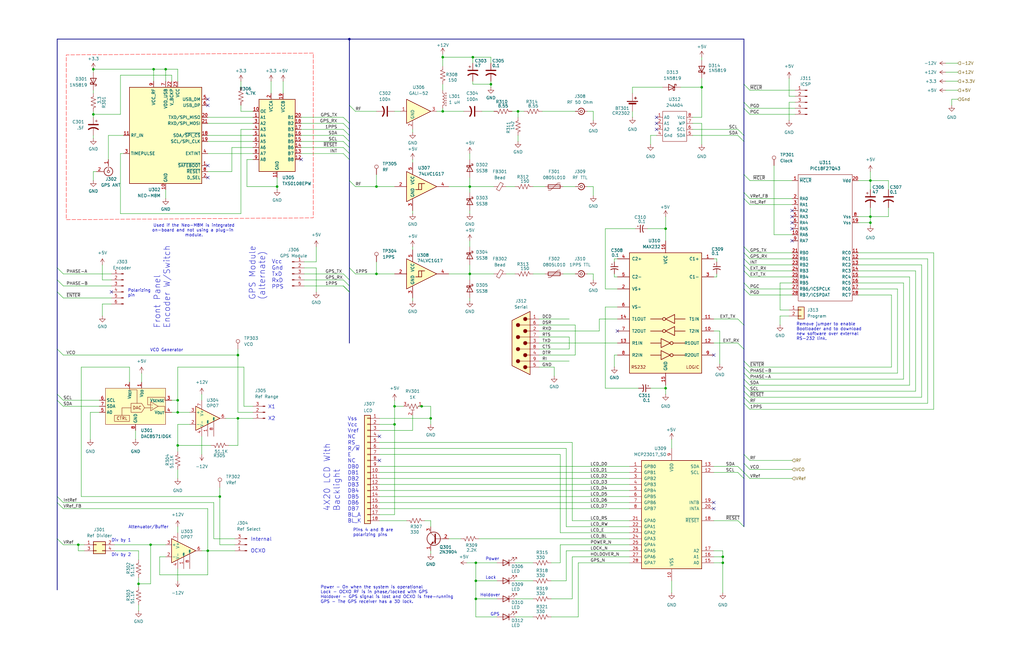
<source format=kicad_sch>
(kicad_sch (version 20250114) (generator "eeschema") (generator_version "9.0")
  (paper "B")
  (title_block (title "GPS Disciplined Oscillator") (date "2025-11-18") (rev "1") (company "Dewayne L. Hafenstein"))
  (text "GPS" (at 206.756 259.334 0) (effects (font (size 1.27 1.27)) (justify left)))
  (text "4X20 LCD With\nBacklight" (at 139.954 215.9 90) (effects (font (size 2.54 2.54)) (justify left)))
  (text "Div by 1\n\n\nDiv by 2" (at 46.99 231.14 0) (effects (font (size 1.27 1.27)) (justify left)))
  (text "Remove jumper to enable\nBootloader and to download \nnew software over external \nRS-232 link." (at 335.788 139.954 0) (effects (font (size 1.27 1.27)) (justify left)))
  (text "Vcc\nGnd\nTxD\nRxD\nPPS" (at 114.554 115.824 0) (effects (font (size 1.651 1.651)) (justify left)))
  (text "X1\n\nX2" (at 113.03 174.244 0) (effects (font (size 1.524 1.524)) (justify left)))
  (text "Internal\n\nOCXO" (at 105.664 230.124 0) (effects (font (size 1.524 1.524)) (justify left)))
  (text "Lock" (at 204.724 243.84 0) (effects (font (size 1.27 1.27)) (justify left)))
  (text "Pins 4 and 8 are\npolarizing pins" (at 148.844 224.79 0) (effects (font (size 1.27 1.27)) (justify left)))
  (text "Vss\nVcc\nVref\nNC\nRS\nR/~{W}\nE\nNC\nDB0\nDB1\nDB2\nDB3\nDB4\nDB5\nDB6\nDB7\nBL_A\nBL_K" (at 146.558 198.374 0) (effects (font (size 1.5748 1.5748)) (justify left)))
  (text "Used if the Neo-M8M is integrated\non-board and not using a plug-in \nmodule." (at 81.788 97.282 0) (effects (font (size 1.27 1.27))))
  (text "Power" (at 204.724 235.966 0) (effects (font (size 1.27 1.27)) (justify left)))
  (text "Front Panel\nEncoder W/Switch" (at 68.326 138.684 90) (effects (font (size 2.54 2.54)) (justify left)))
  (text "Power - On when the system is operational\nLock - OCXO RF is in phase/locked with GPS\nHoldover - GPS signal is lost and OCXO is free-running\nGPS - The GPS receiver has a 3D lock." (at 135.128 250.952 0) (effects (font (size 1.27 1.27)) (justify left)))
  (text "Attenuator/Buffer" (at 54.102 222.504 0) (effects (font (size 1.27 1.27)) (justify left)))
  (text "Polarizing\npin" (at 53.848 123.698 0) (effects (font (size 1.27 1.27)) (justify left)))
  (text "VCO Generator" (at 63.246 147.828 0) (effects (font (size 1.27 1.27)) (justify left)))
  (text "GPS Module\n(alternate)" (at 108.458 126.746 90) (effects (font (size 2.54 2.54)) (justify left)))
  (text "Holdover\n" (at 202.438 251.206 0) (effects (font (size 1.27 1.27)) (justify left)))
  (junction (at 74.93 187.96))
  (junction (at 200.66 245.11))
  (junction (at 218.44 46.99))
  (junction (at 177.8 171.45))
  (junction (at 100.33 176.53))
  (junction (at 63.5 229.87))
  (junction (at 186.69 46.99))
  (junction (at 367.03 76.2))
  (junction (at 181.61 176.53))
  (junction (at 280.67 163.83))
  (junction (at 87.63 232.41))
  (junction (at 74.93 168.91))
  (junction (at 166.37 171.45))
  (junction (at 295.91 36.83))
  (junction (at 367.03 91.44))
  (junction (at 207.01 35.56))
  (junction (at 186.69 24.13))
  (junction (at 64.77 29.21))
  (junction (at 39.37 29.21))
  (junction (at 39.37 48.26))
  (junction (at 200.66 237.49))
  (junction (at 367.03 93.98))
  (junction (at 116.84 78.74))
  (junction (at 33.02 229.87))
  (junction (at 147.32 16.51))
  (junction (at 158.75 115.57))
  (junction (at 198.12 115.57))
  (junction (at 158.75 78.74))
  (junction (at 198.12 78.74))
  (junction (at 304.8 237.49))
  (junction (at 100.33 149.86))
  (junction (at 200.66 252.73))
  (junction (at 92.71 209.55))
  (junction (at 304.8 234.95))
  (junction (at 166.37 179.07))
  (junction (at 199.39 24.13))
  (junction (at 58.42 246.38))
  (junction (at 280.67 96.52))
  (junction (at 69.85 29.21))
  (junction (at 74.93 173.99))
  (no_connect (at 300.99 149.86))
  (no_connect (at 276.86 54.61))
  (no_connect (at 334.01 91.44))
  (no_connect (at 260.35 139.7))
  (no_connect (at 276.86 49.53))
  (no_connect (at 334.01 96.52))
  (no_connect (at 127 67.31))
  (no_connect (at 334.01 88.9))
  (no_connect (at 334.01 101.6))
  (no_connect (at 160.02 184.15))
  (no_connect (at 300.99 212.09))
  (no_connect (at 276.86 52.07))
  (no_connect (at 160.02 194.31))
  (no_connect (at 87.63 69.85))
  (no_connect (at 87.63 74.93))
  (no_connect (at 46.99 123.19))
  (no_connect (at 87.63 44.45))
  (no_connect (at 87.63 41.91))
  (no_connect (at 334.01 93.98))
  (no_connect (at 300.99 214.63))
  (bus_entry (at 144.78 57.15) (size 2.54 2.54))
  (bus_entry (at 144.78 118.11) (size 2.54 2.54))
  (bus_entry (at 24.13 166.37) (size 2.54 2.54))
  (bus_entry (at 313.69 195.58) (size 2.54 2.54))
  (bus_entry (at 311.15 144.78) (size 2.54 2.54))
  (bus_entry (at 147.32 76.2) (size 2.54 2.54))
  (bus_entry (at 144.78 64.77) (size 2.54 2.54))
  (bus_entry (at 313.69 191.77) (size 2.54 2.54))
  (bus_entry (at 313.69 162.56) (size 2.54 2.54))
  (bus_entry (at 313.69 121.92) (size 2.54 2.54))
  (bus_entry (at 313.69 73.66) (size 2.54 2.54))
  (bus_entry (at 311.15 196.85) (size 2.54 2.54))
  (bus_entry (at 144.78 59.69) (size 2.54 2.54))
  (bus_entry (at 147.32 113.03) (size 2.54 2.54))
  (bus_entry (at 313.69 43.18) (size 2.54 2.54))
  (bus_entry (at 24.13 227.33) (size 2.54 2.54))
  (bus_entry (at 313.69 45.72) (size 2.54 2.54))
  (bus_entry (at 311.15 54.61) (size 2.54 2.54))
  (bus_entry (at 313.69 119.38) (size 2.54 2.54))
  (bus_entry (at 311.15 199.39) (size 2.54 2.54))
  (bus_entry (at 313.69 35.56) (size 2.54 2.54))
  (bus_entry (at 311.15 134.62) (size 2.54 2.54))
  (bus_entry (at 24.13 168.91) (size 2.54 2.54))
  (bus_entry (at 313.69 109.22) (size 2.54 2.54))
  (bus_entry (at 313.69 165.1) (size 2.54 2.54))
  (bus_entry (at 313.69 154.94) (size 2.54 2.54))
  (bus_entry (at 313.69 83.82) (size 2.54 2.54))
  (bus_entry (at 313.69 81.28) (size 2.54 2.54))
  (bus_entry (at 144.78 54.61) (size 2.54 2.54))
  (bus_entry (at 313.69 152.4) (size 2.54 2.54))
  (bus_entry (at 144.78 49.53) (size 2.54 2.54))
  (bus_entry (at 24.13 147.32) (size 2.54 2.54))
  (bus_entry (at 313.69 167.64) (size 2.54 2.54))
  (bus_entry (at 311.15 57.15) (size 2.54 2.54))
  (bus_entry (at 24.13 212.09) (size 2.54 2.54))
  (bus_entry (at 144.78 120.65) (size 2.54 2.54))
  (bus_entry (at 147.32 44.45) (size 2.54 2.54))
  (bus_entry (at 313.69 111.76) (size 2.54 2.54))
  (bus_entry (at 313.69 106.68) (size 2.54 2.54))
  (bus_entry (at 311.15 219.71) (size 2.54 2.54))
  (bus_entry (at 24.13 123.19) (size 2.54 2.54))
  (bus_entry (at 313.69 160.02) (size 2.54 2.54))
  (bus_entry (at 313.69 170.18) (size 2.54 2.54))
  (bus_entry (at 24.13 118.11) (size 2.54 2.54))
  (bus_entry (at 24.13 209.55) (size 2.54 2.54))
  (bus_entry (at 313.69 199.39) (size 2.54 2.54))
  (bus_entry (at 313.69 104.14) (size 2.54 2.54))
  (bus_entry (at 144.78 115.57) (size 2.54 2.54))
  (bus_entry (at 144.78 52.07) (size 2.54 2.54))
  (bus_entry (at 144.78 120.65) (size 2.54 2.54))
  (bus_entry (at 313.69 157.48) (size 2.54 2.54))
  (bus_entry (at 313.69 114.3) (size 2.54 2.54))
  (bus_entry (at 24.13 113.03) (size 2.54 2.54))
  (bus_entry (at 144.78 62.23) (size 2.54 2.54))
  (wire (pts (xy 72.39 34.29) (xy 72.39 31.75)))
  (wire (pts (xy 386.08 114.3) (xy 386.08 165.1)))
  (wire (pts (xy 213.36 115.57) (xy 217.17 115.57)))
  (wire (pts (xy 241.3 186.69) (xy 160.02 186.69)))
  (bus (pts (xy 24.13 118.11) (xy 24.13 123.19)))
  (wire (pts (xy 100.33 187.96) (xy 100.33 176.53)))
  (bus (pts (xy 313.69 81.28) (xy 313.69 83.82)))
  (wire (pts (xy 186.69 45.72) (xy 186.69 46.99)))
  (bus (pts (xy 313.69 81.28) (xy 313.69 73.66)))
  (wire (pts (xy 45.72 57.15) (xy 45.72 67.31)))
  (wire (pts (xy 274.32 60.96) (xy 274.32 57.15)))
  (wire (pts (xy 127 59.69) (xy 144.78 59.69)))
  (wire (pts (xy 227.33 134.62) (xy 240.03 134.62)))
  (wire (pts (xy 367.03 95.25) (xy 367.03 93.98)))
  (wire (pts (xy 280.67 96.52) (xy 280.67 101.6)))
  (wire (pts (xy 106.68 173.99) (xy 100.33 173.99)))
  (bus (pts (xy 147.32 59.69) (xy 147.32 62.23)))
  (wire (pts (xy 74.93 187.96) (xy 88.9 187.96)))
  (wire (pts (xy 247.65 78.74) (xy 250.19 78.74)))
  (wire (pts (xy 87.63 232.41) (xy 85.09 232.41)))
  (wire (pts (xy 54.61 154.94) (xy 54.61 161.29)))
  (wire (pts (xy 236.22 191.77) (xy 160.02 191.77)))
  (wire (pts (xy 127 52.07) (xy 144.78 52.07)))
  (wire (pts (xy 106.68 62.23) (xy 97.79 62.23)))
  (wire (pts (xy 158.75 73.66) (xy 158.75 78.74)))
  (wire (pts (xy 367.03 93.98) (xy 367.03 91.44)))
  (bus (pts (xy 147.32 54.61) (xy 147.32 57.15)))
  (wire (pts (xy 87.63 72.39) (xy 97.79 72.39)))
  (wire (pts (xy 259.08 116.84) (xy 260.35 116.84)))
  (wire (pts (xy 102.87 171.45) (xy 106.68 171.45)))
  (wire (pts (xy 273.05 96.52) (xy 280.67 96.52)))
  (wire (pts (xy 34.29 209.55) (xy 34.29 154.94)))
  (wire (pts (xy 101.6 44.45) (xy 101.6 46.99)))
  (wire (pts (xy 388.62 111.76) (xy 388.62 167.64)))
  (wire (pts (xy 328.93 119.38) (xy 328.93 130.81)))
  (wire (pts (xy 300.99 199.39) (xy 311.15 199.39)))
  (bus (pts (xy 147.32 120.65) (xy 147.32 123.19)))
  (wire (pts (xy 398.78 34.29) (xy 403.86 34.29)))
  (wire (pts (xy 72.39 31.75) (xy 50.8 31.75)))
  (wire (pts (xy 87.63 232.41) (xy 99.06 232.41)))
  (wire (pts (xy 74.93 168.91) (xy 72.39 168.91)))
  (wire (pts (xy 283.21 245.11) (xy 283.21 250.19)))
  (wire (pts (xy 300.99 116.84) (xy 302.26 116.84)))
  (wire (pts (xy 375.92 124.46) (xy 375.92 154.94)))
  (wire (pts (xy 181.61 222.25) (xy 181.61 219.71)))
  (wire (pts (xy 250.19 82.55) (xy 250.19 78.74)))
  (wire (pts (xy 398.78 30.48) (xy 403.86 30.48)))
  (bus (pts (xy 313.69 45.72) (xy 313.69 43.18)))
  (bus (pts (xy 313.69 154.94) (xy 313.69 157.48)))
  (wire (pts (xy 292.1 49.53) (xy 295.91 49.53)))
  (wire (pts (xy 316.23 114.3) (xy 334.01 114.3)))
  (wire (pts (xy 39.37 29.21) (xy 39.37 30.48)))
  (bus (pts (xy 313.69 121.92) (xy 313.69 119.38)))
  (wire (pts (xy 38.1 185.42) (xy 38.1 173.99)))
  (wire (pts (xy 198.12 115.57) (xy 208.28 115.57)))
  (wire (pts (xy 173.99 88.9) (xy 173.99 90.17)))
  (wire (pts (xy 274.32 163.83) (xy 280.67 163.83)))
  (wire (pts (xy 200.66 237.49) (xy 200.66 245.11)))
  (wire (pts (xy 217.17 260.35) (xy 224.79 260.35)))
  (wire (pts (xy 383.54 162.56) (xy 316.23 162.56)))
  (wire (pts (xy 328.93 137.16) (xy 328.93 133.35)))
  (wire (pts (xy 59.69 157.48) (xy 59.69 161.29)))
  (wire (pts (xy 58.42 255.27) (xy 58.42 257.81)))
  (wire (pts (xy 328.93 133.35) (xy 332.74 133.35)))
  (wire (pts (xy 160.02 196.85) (xy 265.43 196.85)))
  (wire (pts (xy 274.32 57.15) (xy 276.86 57.15)))
  (wire (pts (xy 302.26 109.22) (xy 302.26 110.49)))
  (wire (pts (xy 303.53 139.7) (xy 303.53 153.67)))
  (wire (pts (xy 149.86 78.74) (xy 158.75 78.74)))
  (wire (pts (xy 236.22 191.77) (xy 236.22 224.79)))
  (wire (pts (xy 255.27 163.83) (xy 255.27 129.54)))
  (wire (pts (xy 316.23 86.36) (xy 334.01 86.36)))
  (wire (pts (xy 144.78 118.11) (xy 128.27 118.11)))
  (wire (pts (xy 39.37 48.26) (xy 50.8 48.26)))
  (wire (pts (xy 217.17 245.11) (xy 224.79 245.11)))
  (wire (pts (xy 361.95 116.84) (xy 383.54 116.84)))
  (wire (pts (xy 383.54 116.84) (xy 383.54 162.56)))
  (wire (pts (xy 241.3 219.71) (xy 265.43 219.71)))
  (wire (pts (xy 26.67 115.57) (xy 46.99 115.57)))
  (wire (pts (xy 158.75 110.49) (xy 158.75 115.57)))
  (wire (pts (xy 316.23 116.84) (xy 334.01 116.84)))
  (wire (pts (xy 64.77 29.21) (xy 64.77 34.29)))
  (wire (pts (xy 228.6 46.99) (xy 242.57 46.99)))
  (wire (pts (xy 238.76 232.41) (xy 265.43 232.41)))
  (bus (pts (xy 313.69 170.18) (xy 313.69 191.77)))
  (wire (pts (xy 166.37 46.99) (xy 168.91 46.99)))
  (wire (pts (xy 361.95 91.44) (xy 367.03 91.44)))
  (wire (pts (xy 238.76 222.25) (xy 265.43 222.25)))
  (wire (pts (xy 300.99 219.71) (xy 311.15 219.71)))
  (wire (pts (xy 361.95 76.2) (xy 367.03 76.2)))
  (wire (pts (xy 58.42 246.38) (xy 58.42 247.65)))
  (wire (pts (xy 227.33 149.86) (xy 242.57 149.86)))
  (wire (pts (xy 259.08 116.84) (xy 259.08 115.57)))
  (wire (pts (xy 198.12 88.9) (xy 198.12 90.17)))
  (bus (pts (xy 313.69 104.14) (xy 313.69 83.82)))
  (bus (pts (xy 313.69 199.39) (xy 313.69 195.58)))
  (wire (pts (xy 57.15 181.61) (xy 57.15 185.42)))
  (wire (pts (xy 332.74 50.8) (xy 332.74 43.18)))
  (wire (pts (xy 181.61 171.45) (xy 181.61 176.53)))
  (wire (pts (xy 160.02 219.71) (xy 171.45 219.71)))
  (wire (pts (xy 104.14 67.31) (xy 106.68 67.31)))
  (wire (pts (xy 92.71 229.87) (xy 99.06 229.87)))
  (wire (pts (xy 237.49 115.57) (xy 242.57 115.57)))
  (wire (pts (xy 241.3 186.69) (xy 241.3 219.71)))
  (wire (pts (xy 158.75 78.74) (xy 166.37 78.74)))
  (wire (pts (xy 186.69 46.99) (xy 184.15 46.99)))
  (wire (pts (xy 43.18 128.27) (xy 46.99 128.27)))
  (wire (pts (xy 74.93 190.5) (xy 74.93 187.96)))
  (wire (pts (xy 316.23 201.93) (xy 334.01 201.93)))
  (wire (pts (xy 198.12 111.76) (xy 198.12 115.57)))
  (wire (pts (xy 198.12 64.77) (xy 198.12 67.31)))
  (bus (pts (xy 313.69 59.69) (xy 313.69 57.15)))
  (wire (pts (xy 92.71 229.87) (xy 92.71 209.55)))
  (wire (pts (xy 43.18 118.11) (xy 46.99 118.11)))
  (wire (pts (xy 194.31 227.33) (xy 189.23 227.33)))
  (wire (pts (xy 127 64.77) (xy 144.78 64.77)))
  (wire (pts (xy 181.61 232.41) (xy 181.61 233.68)))
  (wire (pts (xy 243.84 237.49) (xy 265.43 237.49)))
  (wire (pts (xy 218.44 46.99) (xy 220.98 46.99)))
  (wire (pts (xy 127 54.61) (xy 144.78 54.61)))
  (wire (pts (xy 64.77 29.21) (xy 69.85 29.21)))
  (wire (pts (xy 300.99 109.22) (xy 302.26 109.22)))
  (wire (pts (xy 316.23 157.48) (xy 378.46 157.48)))
  (wire (pts (xy 166.37 179.07) (xy 166.37 171.45)))
  (bus (pts (xy 313.69 160.02) (xy 313.69 157.48)))
  (wire (pts (xy 237.49 78.74) (xy 242.57 78.74)))
  (wire (pts (xy 238.76 189.23) (xy 238.76 222.25)))
  (wire (pts (xy 283.21 185.42) (xy 283.21 189.23)))
  (wire (pts (xy 398.78 38.1) (xy 403.86 38.1)))
  (bus (pts (xy 313.69 165.1) (xy 313.69 167.64)))
  (bus (pts (xy 147.32 113.03) (xy 147.32 118.11)))
  (wire (pts (xy 45.72 57.15) (xy 52.07 57.15)))
  (wire (pts (xy 87.63 214.63) (xy 87.63 232.41)))
  (wire (pts (xy 186.69 46.99) (xy 195.58 46.99)))
  (wire (pts (xy 316.23 170.18) (xy 391.16 170.18)))
  (wire (pts (xy 160.02 217.17) (xy 166.37 217.17)))
  (bus (pts (xy 147.32 76.2) (xy 147.32 113.03)))
  (wire (pts (xy 119.38 34.29) (xy 119.38 39.37)))
  (wire (pts (xy 26.67 120.65) (xy 46.99 120.65)))
  (wire (pts (xy 255.27 96.52) (xy 255.27 121.92)))
  (wire (pts (xy 39.37 38.1) (xy 39.37 39.37)))
  (wire (pts (xy 266.7 46.99) (xy 266.7 49.53)))
  (wire (pts (xy 133.35 110.49) (xy 128.27 110.49)))
  (wire (pts (xy 374.65 80.01) (xy 374.65 76.2)))
  (wire (pts (xy 39.37 48.26) (xy 39.37 49.53)))
  (wire (pts (xy 48.26 232.41) (xy 58.42 232.41)))
  (bus (pts (xy 313.69 201.93) (xy 313.69 222.25)))
  (wire (pts (xy 181.61 176.53) (xy 181.61 179.07)))
  (wire (pts (xy 173.99 175.26) (xy 173.99 181.61)))
  (wire (pts (xy 199.39 35.56) (xy 207.01 35.56)))
  (wire (pts (xy 106.68 64.77) (xy 87.63 64.77)))
  (wire (pts (xy 127 49.53) (xy 144.78 49.53)))
  (wire (pts (xy 316.23 76.2) (xy 334.01 76.2)))
  (wire (pts (xy 166.37 171.45) (xy 170.18 171.45)))
  (wire (pts (xy 361.95 106.68) (xy 393.7 106.68)))
  (wire (pts (xy 316.23 111.76) (xy 334.01 111.76)))
  (wire (pts (xy 236.22 229.87) (xy 236.22 237.49)))
  (wire (pts (xy 39.37 29.21) (xy 64.77 29.21)))
  (wire (pts (xy 201.93 227.33) (xy 265.43 227.33)))
  (wire (pts (xy 74.93 29.21) (xy 74.93 34.29)))
  (wire (pts (xy 316.23 154.94) (xy 375.92 154.94)))
  (wire (pts (xy 255.27 121.92) (xy 260.35 121.92)))
  (wire (pts (xy 217.17 237.49) (xy 224.79 237.49)))
  (bus (pts (xy 147.32 64.77) (xy 147.32 67.31)))
  (wire (pts (xy 160.02 204.47) (xy 265.43 204.47)))
  (wire (pts (xy 240.03 142.24) (xy 240.03 147.32)))
  (wire (pts (xy 316.23 124.46) (xy 334.01 124.46)))
  (wire (pts (xy 92.71 205.74) (xy 92.71 209.55)))
  (wire (pts (xy 39.37 57.15) (xy 39.37 58.42)))
  (wire (pts (xy 300.99 234.95) (xy 304.8 234.95)))
  (wire (pts (xy 227.33 147.32) (xy 240.03 147.32)))
  (wire (pts (xy 63.5 229.87) (xy 63.5 246.38)))
  (wire (pts (xy 177.8 171.45) (xy 181.61 171.45)))
  (wire (pts (xy 160.02 201.93) (xy 265.43 201.93)))
  (wire (pts (xy 173.99 67.31) (xy 173.99 68.58)))
  (wire (pts (xy 361.95 109.22) (xy 391.16 109.22)))
  (wire (pts (xy 104.14 78.74) (xy 104.14 67.31)))
  (wire (pts (xy 252.73 134.62) (xy 252.73 139.7)))
  (bus (pts (xy 313.69 201.93) (xy 313.69 199.39)))
  (wire (pts (xy 295.91 52.07) (xy 292.1 52.07)))
  (wire (pts (xy 33.02 232.41) (xy 33.02 229.87)))
  (wire (pts (xy 266.7 39.37) (xy 266.7 36.83)))
  (wire (pts (xy 361.95 119.38) (xy 381 119.38)))
  (wire (pts (xy 203.2 46.99) (xy 208.28 46.99)))
  (wire (pts (xy 326.39 69.85) (xy 326.39 99.06)))
  (wire (pts (xy 128.27 120.65) (xy 144.78 120.65)))
  (wire (pts (xy 213.36 78.74) (xy 217.17 78.74)))
  (wire (pts (xy 316.23 165.1) (xy 386.08 165.1)))
  (bus (pts (xy 313.69 109.22) (xy 313.69 106.68)))
  (wire (pts (xy 295.91 60.96) (xy 295.91 52.07)))
  (wire (pts (xy 398.78 26.67) (xy 403.86 26.67)))
  (wire (pts (xy 26.67 149.86) (xy 100.33 149.86)))
  (wire (pts (xy 236.22 229.87) (xy 265.43 229.87)))
  (bus (pts (xy 313.69 167.64) (xy 313.69 170.18)))
  (wire (pts (xy 303.53 139.7) (xy 300.99 139.7)))
  (bus (pts (xy 24.13 209.55) (xy 24.13 212.09)))
  (wire (pts (xy 361.95 121.92) (xy 378.46 121.92)))
  (wire (pts (xy 227.33 137.16) (xy 242.57 137.16)))
  (wire (pts (xy 334.01 119.38) (xy 328.93 119.38)))
  (wire (pts (xy 100.33 176.53) (xy 106.68 176.53)))
  (wire (pts (xy 200.66 245.11) (xy 200.66 252.73)))
  (bus (pts (xy 147.32 16.51) (xy 147.32 44.45)))
  (bus (pts (xy 313.69 114.3) (xy 313.69 111.76)))
  (wire (pts (xy 38.1 173.99) (xy 41.91 173.99)))
  (wire (pts (xy 280.67 91.44) (xy 280.67 96.52)))
  (bus (pts (xy 147.32 123.19) (xy 147.32 144.78)))
  (wire (pts (xy 90.17 227.33) (xy 90.17 212.09)))
  (wire (pts (xy 67.31 234.95) (xy 67.31 242.57)))
  (wire (pts (xy 304.8 250.19) (xy 304.8 237.49)))
  (wire (pts (xy 332.74 43.18) (xy 335.28 43.18)))
  (wire (pts (xy 374.65 91.44) (xy 367.03 91.44)))
  (wire (pts (xy 250.19 50.8) (xy 250.19 46.99)))
  (wire (pts (xy 186.69 24.13) (xy 186.69 27.94)))
  (bus (pts (xy 147.32 16.51) (xy 24.13 16.51)))
  (wire (pts (xy 304.8 237.49) (xy 304.8 234.95)))
  (wire (pts (xy 160.02 199.39) (xy 265.43 199.39)))
  (wire (pts (xy 381 119.38) (xy 381 160.02)))
  (wire (pts (xy 401.32 44.45) (xy 401.32 41.91)))
  (bus (pts (xy 313.69 16.51) (xy 313.69 35.56)))
  (wire (pts (xy 63.5 246.38) (xy 58.42 246.38)))
  (wire (pts (xy 295.91 24.13) (xy 295.91 25.4)))
  (wire (pts (xy 69.85 29.21) (xy 69.85 34.29)))
  (wire (pts (xy 295.91 33.02) (xy 295.91 36.83)))
  (wire (pts (xy 149.86 46.99) (xy 158.75 46.99)))
  (wire (pts (xy 173.99 104.14) (xy 173.99 105.41)))
  (bus (pts (xy 147.32 118.11) (xy 147.32 120.65)))
  (wire (pts (xy 316.23 198.12) (xy 334.01 198.12)))
  (wire (pts (xy 160.02 179.07) (xy 166.37 179.07)))
  (wire (pts (xy 200.66 260.35) (xy 209.55 260.35)))
  (wire (pts (xy 69.85 234.95) (xy 67.31 234.95)))
  (wire (pts (xy 367.03 76.2) (xy 367.03 80.01)))
  (wire (pts (xy 361.95 124.46) (xy 375.92 124.46)))
  (wire (pts (xy 160.02 207.01) (xy 265.43 207.01)))
  (bus (pts (xy 313.69 147.32) (xy 313.69 137.16)))
  (wire (pts (xy 160.02 212.09) (xy 265.43 212.09)))
  (wire (pts (xy 101.6 90.17) (xy 50.8 90.17)))
  (wire (pts (xy 50.8 90.17) (xy 50.8 64.77)))
  (bus (pts (xy 313.69 73.66) (xy 313.69 59.69)))
  (bus (pts (xy 313.69 191.77) (xy 313.69 195.58)))
  (wire (pts (xy 232.41 237.49) (xy 236.22 237.49)))
  (bus (pts (xy 24.13 212.09) (xy 24.13 227.33)))
  (wire (pts (xy 26.67 214.63) (xy 87.63 214.63)))
  (wire (pts (xy 67.31 242.57) (xy 87.63 242.57)))
  (wire (pts (xy 58.42 243.84) (xy 58.42 246.38)))
  (wire (pts (xy 292.1 57.15) (xy 311.15 57.15)))
  (wire (pts (xy 200.66 252.73) (xy 200.66 260.35)))
  (wire (pts (xy 269.24 163.83) (xy 255.27 163.83)))
  (wire (pts (xy 173.99 181.61) (xy 160.02 181.61)))
  (wire (pts (xy 72.39 173.99) (xy 74.93 173.99)))
  (wire (pts (xy 227.33 152.4) (xy 240.03 152.4)))
  (wire (pts (xy 316.23 109.22) (xy 334.01 109.22)))
  (wire (pts (xy 127 62.23) (xy 144.78 62.23)))
  (bus (pts (xy 147.32 44.45) (xy 147.32 52.07)))
  (wire (pts (xy 280.67 162.56) (xy 280.67 163.83)))
  (wire (pts (xy 227.33 139.7) (xy 252.73 139.7)))
  (wire (pts (xy 218.44 57.15) (xy 218.44 59.69)))
  (wire (pts (xy 34.29 154.94) (xy 54.61 154.94)))
  (bus (pts (xy 313.69 162.56) (xy 313.69 160.02)))
  (wire (pts (xy 218.44 49.53) (xy 218.44 46.99)))
  (wire (pts (xy 300.99 237.49) (xy 304.8 237.49)))
  (wire (pts (xy 207.01 24.13) (xy 199.39 24.13)))
  (wire (pts (xy 335.28 40.64) (xy 332.74 40.64)))
  (wire (pts (xy 35.56 232.41) (xy 33.02 232.41)))
  (wire (pts (xy 74.93 179.07) (xy 80.01 179.07)))
  (wire (pts (xy 316.23 167.64) (xy 388.62 167.64)))
  (wire (pts (xy 247.65 46.99) (xy 250.19 46.99)))
  (wire (pts (xy 207.01 35.56) (xy 207.01 36.83)))
  (wire (pts (xy 199.39 24.13) (xy 186.69 24.13)))
  (wire (pts (xy 198.12 101.6) (xy 198.12 104.14)))
  (wire (pts (xy 39.37 76.2) (xy 39.37 72.39)))
  (wire (pts (xy 33.02 229.87) (xy 35.56 229.87)))
  (wire (pts (xy 63.5 229.87) (xy 69.85 229.87)))
  (wire (pts (xy 48.26 229.87) (xy 63.5 229.87)))
  (wire (pts (xy 280.67 163.83) (xy 280.67 166.37)))
  (wire (pts (xy 116.84 78.74) (xy 116.84 80.01)))
  (wire (pts (xy 217.17 252.73) (xy 224.79 252.73)))
  (wire (pts (xy 166.37 179.07) (xy 166.37 217.17)))
  (wire (pts (xy 133.35 123.19) (xy 133.35 113.03)))
  (wire (pts (xy 181.61 219.71) (xy 179.07 219.71)))
  (wire (pts (xy 74.93 222.25) (xy 74.93 224.79)))
  (wire (pts (xy 236.22 224.79) (xy 265.43 224.79)))
  (bus (pts (xy 24.13 123.19) (xy 24.13 147.32)))
  (wire (pts (xy 233.68 154.94) (xy 233.68 158.75)))
  (wire (pts (xy 50.8 31.75) (xy 50.8 48.26)))
  (wire (pts (xy 243.84 237.49) (xy 243.84 260.35)))
  (wire (pts (xy 95.25 176.53) (xy 100.33 176.53)))
  (bus (pts (xy 313.69 43.18) (xy 313.69 35.56)))
  (wire (pts (xy 224.79 115.57) (xy 229.87 115.57)))
  (wire (pts (xy 106.68 52.07) (xy 87.63 52.07)))
  (wire (pts (xy 267.97 96.52) (xy 255.27 96.52)))
  (wire (pts (xy 198.12 115.57) (xy 198.12 118.11)))
  (wire (pts (xy 106.68 49.53) (xy 87.63 49.53)))
  (wire (pts (xy 198.12 78.74) (xy 208.28 78.74)))
  (wire (pts (xy 247.65 115.57) (xy 250.19 115.57)))
  (wire (pts (xy 328.93 130.81) (xy 332.74 130.81)))
  (wire (pts (xy 304.8 232.41) (xy 300.99 232.41)))
  (wire (pts (xy 74.93 173.99) (xy 74.93 168.91)))
  (bus (pts (xy 24.13 168.91) (xy 24.13 209.55)))
  (wire (pts (xy 198.12 78.74) (xy 198.12 81.28)))
  (wire (pts (xy 361.95 111.76) (xy 388.62 111.76)))
  (wire (pts (xy 292.1 54.61) (xy 311.15 54.61)))
  (wire (pts (xy 52.07 64.77) (xy 50.8 64.77)))
  (wire (pts (xy 316.23 106.68) (xy 334.01 106.68)))
  (wire (pts (xy 116.84 78.74) (xy 104.14 78.74)))
  (wire (pts (xy 186.69 35.56) (xy 186.69 38.1)))
  (wire (pts (xy 74.93 187.96) (xy 74.93 179.07)))
  (wire (pts (xy 316.23 38.1) (xy 335.28 38.1)))
  (wire (pts (xy 266.7 36.83) (xy 279.4 36.83)))
  (wire (pts (xy 250.19 115.57) (xy 250.19 118.11)))
  (wire (pts (xy 332.74 40.64) (xy 332.74 33.02)))
  (wire (pts (xy 302.26 115.57) (xy 302.26 116.84)))
  (wire (pts (xy 189.23 115.57) (xy 198.12 115.57)))
  (bus (pts (xy 24.13 166.37) (xy 24.13 168.91)))
  (wire (pts (xy 295.91 49.53) (xy 295.91 36.83)))
  (wire (pts (xy 39.37 72.39) (xy 40.64 72.39)))
  (wire (pts (xy 166.37 171.45) (xy 166.37 168.91)))
  (wire (pts (xy 160.02 176.53) (xy 181.61 176.53)))
  (wire (pts (xy 200.66 245.11) (xy 209.55 245.11)))
  (wire (pts (xy 393.7 106.68) (xy 393.7 172.72)))
  (wire (pts (xy 43.18 133.35) (xy 43.18 128.27)))
  (wire (pts (xy 189.23 78.74) (xy 198.12 78.74)))
  (wire (pts (xy 316.23 160.02) (xy 381 160.02)))
  (wire (pts (xy 260.35 134.62) (xy 252.73 134.62)))
  (wire (pts (xy 227.33 154.94) (xy 233.68 154.94)))
  (wire (pts (xy 128.27 115.57) (xy 144.78 115.57)))
  (wire (pts (xy 102.87 171.45) (xy 102.87 154.94)))
  (wire (pts (xy 316.23 45.72) (xy 335.28 45.72)))
  (wire (pts (xy 43.18 111.76) (xy 43.18 118.11)))
  (wire (pts (xy 316.23 83.82) (xy 334.01 83.82)))
  (wire (pts (xy 361.95 114.3) (xy 386.08 114.3)))
  (bus (pts (xy 313.69 147.32) (xy 313.69 152.4)))
  (bus (pts (xy 313.69 106.68) (xy 313.69 104.14)))
  (wire (pts (xy 85.09 184.15) (xy 85.09 191.77)))
  (wire (pts (xy 401.32 41.91) (xy 403.86 41.91)))
  (bus (pts (xy 147.32 67.31) (xy 147.32 76.2)))
  (wire (pts (xy 101.6 54.61) (xy 101.6 90.17)))
  (wire (pts (xy 207.01 26.67) (xy 207.01 24.13)))
  (wire (pts (xy 97.79 72.39) (xy 97.79 62.23)))
  (wire (pts (xy 259.08 109.22) (xy 259.08 110.49)))
  (wire (pts (xy 378.46 121.92) (xy 378.46 157.48)))
  (wire (pts (xy 316.23 121.92) (xy 334.01 121.92)))
  (wire (pts (xy 367.03 72.39) (xy 367.03 76.2)))
  (bus (pts (xy 24.13 147.32) (xy 24.13 166.37)))
  (bus (pts (xy 147.32 16.51) (xy 313.69 16.51)))
  (wire (pts (xy 39.37 46.99) (xy 39.37 48.26)))
  (wire (pts (xy 74.93 154.94) (xy 74.93 168.91)))
  (wire (pts (xy 241.3 252.73) (xy 232.41 252.73)))
  (bus (pts (xy 24.13 16.51) (xy 24.13 113.03)))
  (bus (pts (xy 313.69 111.76) (xy 313.69 109.22)))
  (bus (pts (xy 24.13 113.03) (xy 24.13 118.11)))
  (wire (pts (xy 101.6 34.29) (xy 101.6 36.83)))
  (wire (pts (xy 374.65 87.63) (xy 374.65 91.44)))
  (wire (pts (xy 259.08 149.86) (xy 259.08 154.94)))
  (wire (pts (xy 158.75 115.57) (xy 166.37 115.57)))
  (wire (pts (xy 26.67 168.91) (xy 41.91 168.91)))
  (wire (pts (xy 99.06 227.33) (xy 90.17 227.33)))
  (wire (pts (xy 241.3 234.95) (xy 265.43 234.95)))
  (bus (pts (xy 313.69 154.94) (xy 313.69 152.4)))
  (wire (pts (xy 92.71 209.55) (xy 34.29 209.55)))
  (wire (pts (xy 241.3 234.95) (xy 241.3 252.73)))
  (bus (pts (xy 313.69 119.38) (xy 313.69 114.3)))
  (wire (pts (xy 232.41 260.35) (xy 243.84 260.35)))
  (wire (pts (xy 26.67 171.45) (xy 41.91 171.45)))
  (wire (pts (xy 326.39 99.06) (xy 334.01 99.06)))
  (wire (pts (xy 160.02 209.55) (xy 265.43 209.55)))
  (wire (pts (xy 304.8 234.95) (xy 304.8 232.41)))
  (wire (pts (xy 200.66 252.73) (xy 209.55 252.73)))
  (bus (pts (xy 147.32 62.23) (xy 147.32 64.77)))
  (wire (pts (xy 26.67 125.73) (xy 46.99 125.73)))
  (wire (pts (xy 260.35 149.86) (xy 259.08 149.86)))
  (wire (pts (xy 100.33 173.99) (xy 100.33 149.86)))
  (wire (pts (xy 85.09 166.37) (xy 85.09 168.91)))
  (wire (pts (xy 198.12 74.93) (xy 198.12 78.74)))
  (wire (pts (xy 300.99 144.78) (xy 311.15 144.78)))
  (wire (pts (xy 58.42 236.22) (xy 58.42 232.41)))
  (wire (pts (xy 287.02 36.83) (xy 295.91 36.83)))
  (wire (pts (xy 114.3 34.29) (xy 114.3 39.37)))
  (wire (pts (xy 232.41 245.11) (xy 238.76 245.11)))
  (wire (pts (xy 74.93 173.99) (xy 80.01 173.99)))
  (wire (pts (xy 316.23 172.72) (xy 393.7 172.72)))
  (wire (pts (xy 74.93 198.12) (xy 74.93 201.93)))
  (wire (pts (xy 26.67 212.09) (xy 90.17 212.09)))
  (wire (pts (xy 227.33 144.78) (xy 260.35 144.78)))
  (wire (pts (xy 200.66 237.49) (xy 209.55 237.49)))
  (wire (pts (xy 199.39 24.13) (xy 199.39 26.67)))
  (wire (pts (xy 74.93 29.21) (xy 69.85 29.21)))
  (wire (pts (xy 361.95 93.98) (xy 367.03 93.98)))
  (wire (pts (xy 238.76 245.11) (xy 238.76 232.41)))
  (wire (pts (xy 106.68 57.15) (xy 87.63 57.15)))
  (wire (pts (xy 87.63 242.57) (xy 87.63 232.41)))
  (wire (pts (xy 316.23 194.31) (xy 334.01 194.31)))
  (bus (pts (xy 147.32 52.07) (xy 147.32 54.61)))
  (bus (pts (xy 313.69 165.1) (xy 313.69 162.56)))
  (wire (pts (xy 227.33 142.24) (xy 240.03 142.24)))
  (wire (pts (xy 160.02 214.63) (xy 265.43 214.63)))
  (wire (pts (xy 255.27 129.54) (xy 260.35 129.54)))
  (wire (pts (xy 173.99 125.73) (xy 173.99 127)))
  (wire (pts (xy 316.23 48.26) (xy 335.28 48.26)))
  (wire (pts (xy 374.65 76.2) (xy 367.03 76.2)))
  (bus (pts (xy 147.32 57.15) (xy 147.32 59.69)))
  (wire (pts (xy 218.44 46.99) (xy 215.9 46.99)))
  (wire (pts (xy 96.52 187.96) (xy 100.33 187.96)))
  (wire (pts (xy 198.12 125.73) (xy 198.12 127)))
  (wire (pts (xy 300.99 134.62) (xy 311.15 134.62)))
  (wire (pts (xy 238.76 189.23) (xy 160.02 189.23)))
  (wire (pts (xy 127 57.15) (xy 144.78 57.15)))
  (wire (pts (xy 133.35 104.14) (xy 133.35 110.49)))
  (bus (pts (xy 313.69 137.16) (xy 313.69 121.92)))
  (wire (pts (xy 116.84 74.93) (xy 116.84 78.74)))
  (wire (pts (xy 106.68 59.69) (xy 87.63 59.69)))
  (wire (pts (xy 26.67 229.87) (xy 33.02 229.87)))
  (wire (pts (xy 74.93 240.03) (xy 74.93 245.11)))
  (wire (pts (xy 176.53 171.45) (xy 177.8 171.45)))
  (wire (pts (xy 196.85 237.49) (xy 200.66 237.49)))
  (wire (pts (xy 259.08 109.22) (xy 260.35 109.22)))
  (wire (pts (xy 242.57 137.16) (xy 242.57 149.86)))
  (wire (pts (xy 207.01 34.29) (xy 207.01 35.56)))
  (bus (pts (xy 313.69 45.72) (xy 313.69 57.15)))
  (wire (pts (xy 173.99 54.61) (xy 173.99 55.88)))
  (wire (pts (xy 224.79 78.74) (xy 229.87 78.74)))
  (wire (pts (xy 199.39 34.29) (xy 199.39 35.56)))
  (wire (pts (xy 102.87 154.94) (xy 74.93 154.94)))
  (wire (pts (xy 186.69 22.86) (xy 186.69 24.13)))
  (wire (pts (xy 300.99 196.85) (xy 311.15 196.85)))
  (wire (pts (xy 106.68 46.99) (xy 101.6 46.99)))
  (wire (pts (xy 69.85 80.01) (xy 69.85 83.82)))
  (wire (pts (xy 133.35 113.03) (xy 128.27 113.03)))
  (wire (pts (xy 391.16 109.22) (xy 391.16 170.18)))
  (wire (pts (xy 100.33 147.32) (xy 100.33 149.86)))
  (wire (pts (xy 106.68 54.61) (xy 101.6 54.61)))
  (wire (pts (xy 367.03 87.63) (xy 367.03 91.44)))
  (wire (pts (xy 149.86 115.57) (xy 158.75 115.57)))
  (bus (pts (xy 24.13 227.33) (xy 24.13 248.92)))
  (label "IntRef" (at 26.67 212.09 0))
  (label "~{RESET}" (at 316.23 167.64 0))
  (label "SDA" (at 316.23 162.56 0))
  (label "INT" (at 142.24 64.77 180))
  (label "PHASE-B" (at 27.94 120.65 0))
  (label "LCD_E" (at 248.92 224.79 0))
  (label "PHASE-A" (at 27.94 115.57 0))
  (label "CTS" (at 228.6 147.32 0))
  (label "SDA" (at 307.34 57.15 0))
  (label "SDA" (at 306.07 196.85 0))
  (label "VRef_FB" (at 26.67 214.63 0))
  (label "LOCK_N" (at 248.92 232.41 0))
  (label "1PPS" (at 142.24 54.61 180))
  (label "SCL" (at 306.07 199.39 0))
  (label "RTS" (at 228.6 142.24 0))
  (label "LCD_BL" (at 248.92 227.33 0))
  (label "LCD_D6" (at 248.92 212.09 0))
  (label "SDA" (at 26.67 171.45 0))
  (label "VRef" (at 26.67 229.87 0))
  (label "LCD_D4" (at 248.92 207.01 0))
  (label "GPS_TX" (at 137.16 115.57 0))
  (label "~{MCLR}" (at 317.5 76.2 0))
  (label "1PPS" (at 137.16 120.65 0))
  (label "PHASE-A" (at 316.23 160.02 0))
  (label "EXT_TX" (at 316.23 116.84 0))
  (label "DTR" (at 228.6 149.86 0))
  (label "RXD" (at 228.6 139.7 0))
  (label "INT" (at 316.23 111.76 0))
  (label "SDA" (at 142.24 57.15 180))
  (label "VCO" (at 27.94 149.86 0))
  (label "RF" (at 316.23 170.18 0))
  (label "GPS_TX" (at 316.23 106.68 0))
  (label "LCD_D1" (at 248.92 199.39 0))
  (label "SCL" (at 142.24 59.69 180))
  (label "LCD_D3" (at 248.92 204.47 0))
  (label "Int_Ref" (at 316.23 86.36 0))
  (label "TXD" (at 228.6 144.78 0))
  (label "HOLDOVER_N" (at 248.92 234.95 0))
  (label "GPS_RX" (at 142.24 52.07 180))
  (label "PGC" (at 316.23 48.26 0))
  (label "SCL" (at 26.67 168.91 0))
  (label "SCL" (at 316.23 165.1 0))
  (label "~{RESET}" (at 306.07 219.71 0))
  (label "LCD_D7" (at 248.92 214.63 0))
  (label "PGD" (at 316.23 124.46 0))
  (label "PHASE-B" (at 316.23 157.48 0))
  (label "1PPS" (at 316.23 172.72 0))
  (label "~{RESET}" (at 142.24 62.23 180))
  (label "~{ENTER}" (at 316.23 154.94 0))
  (label "1PPS" (at 149.86 115.57 0))
  (label "LCD_D5" (at 248.92 209.55 0))
  (label "RF" (at 149.86 46.99 0))
  (label "EXT_TX" (at 303.53 134.62 0))
  (label "VRef_FB" (at 316.23 83.82 0))
  (label "EXT_RX" (at 316.23 114.3 0))
  (label "GPS_TX" (at 142.24 49.53 180))
  (label "POWER_N" (at 248.92 229.87 0))
  (label "GPS_RX" (at 137.16 118.11 0))
  (label "RF" (at 316.23 194.31 0))
  (label "GPS_N" (at 248.92 237.49 0))
  (label "GND" (at 228.6 154.94 0))
  (label "PGD" (at 316.23 45.72 0))
  (label "VRef" (at 316.23 201.93 0))
  (label "PGC" (at 316.23 121.92 0))
  (label "DCD" (at 228.6 134.62 0))
  (label "~{ENTER}" (at 27.94 125.73 0))
  (label "EXT_RX" (at 304.8 144.78 0))
  (label "VCO" (at 316.23 198.12 0))
  (label "GPS_RX" (at 316.23 109.22 0))
  (label "RF" (at 149.86 78.74 0))
  (label "LCD_D0" (at 248.92 196.85 0))
  (label "RI" (at 228.6 152.4 0))
  (label "SCL" (at 307.34 54.61 0))
  (label "LCD_RW" (at 248.92 222.25 0))
  (label "DSR" (at 228.6 137.16 0))
  (label "~{MCLR}" (at 316.23 38.1 0))
  (label "LCD_D2" (at 248.92 201.93 0))
  (label "LCD_RS" (at 248.92 219.71 0))
  (hierarchical_label "+5V" (shape input) (at 403.86 38.1 0))
  (hierarchical_label "VCO" (shape input) (at 334.01 198.12 0))
  (hierarchical_label "VRef" (shape input) (at 334.01 201.93 0))
  (hierarchical_label "RF" (shape input) (at 334.01 194.31 0))
  (hierarchical_label "+3.3V" (shape input) (at 403.86 34.29 0))
  (hierarchical_label "-12V" (shape input) (at 403.86 26.67 0))
  (hierarchical_label "+12V" (shape input) (at 403.86 30.48 0))
  (hierarchical_label "Gnd" (shape input) (at 403.86 41.91 0))
  (rule_area (polyline (pts (xy 132.08 22.3837) (xy 27.94 23.1775) (xy 27.94 92.71) (xy 132.08 91.9162)) (stroke (width 0) (type dash))))
  (symbol (lib_id "power:GND") (at 367.03 95.25 0) (unit 1)
    (property "Reference" "#PWR0351" (effects (hide yes)))
    (property "Value" "GND" (at 367.03 100.33 0))
    (property "Description" "Power symbol creates a global label with name \"GND\" , ground" (effects (hide yes)))
  )
  (symbol (lib_id "Device:C_Polarized_US") (at 39.37 53.34 0) (mirror y) (unit 1)
    (property "Reference" "C301" (at 35.56 51.4349 0) (effects (justify left)))
    (property "Value" ".5F" (at 35.56 53.9749 0) (effects (justify left)))
    (property "Footprint" "Capacitor_THT:DX_5R5VxxxxU_D11.5mm_P5.00mm" (effects (hide yes)))
    (property "Description" "Polarized capacitor, US symbol" (effects (hide yes)))
  )
  (symbol (lib_id "power:GND") (at 207.01 36.83 0) (mirror y) (unit 1)
    (property "Reference" "#PWR0336" (effects (hide yes)))
    (property "Value" "GND" (at 207.01 41.275 0))
    (property "Description" "Power symbol creates a global label with name \"GND\" , ground" (effects (hide yes)))
  )
  (symbol (lib_id "power:GND") (at 218.44 59.69 0) (mirror y) (unit 1)
    (property "Reference" "#PWR0337" (effects (hide yes)))
    (property "Value" "GND" (at 218.44 64.135 0))
    (property "Description" "Power symbol creates a global label with name \"GND\" , ground" (effects (hide yes)))
  )
  (symbol (lib_id "Device:C_Polarized_US") (at 367.03 83.82 0) (unit 1)
    (property "Reference" "C306" (at 367.792 78.994 0) (effects (justify left)))
    (property "Value" "47" (at 367.792 81.026 0) (effects (justify left)))
    (property "Description" "Polarized capacitor, US symbol" (effects (hide yes)))
  )
  (symbol (lib_id "Device:C_US") (at 162.56 46.99 270) (unit 1)
    (property "Reference" "C302" (at 162.306 39.37 90))
    (property "Value" "100n" (at 162.306 41.91 90))
    (property "Footprint" "Capacitor_THT:C_Axial_L3.8mm_D2.6mm_P15.00mm_Horizontal" (effects (hide yes)))
    (property "Description" "capacitor, US symbol" (effects (hide yes)))
  )
  (symbol (lib_id "power:GND") (at 274.32 60.96 0) (unit 1)
    (property "Reference" "#PWR0346" (effects (hide yes)))
    (property "Value" "GND" (at 274.32 66.04 0))
    (property "Description" "Power symbol creates a global label with name \"GND\" , ground" (effects (hide yes)))
  )
  (symbol (lib_id "Connector:TestPoint") (at 100.33 147.32 0) (unit 1)
    (property "Reference" "TP303" (at 102.87 142.7479 0) (effects (justify left)))
    (property "Value" "VCO" (at 102.87 145.2879 0) (effects (justify left)))
    (property "Footprint" "TestPoint:TestPoint_Bridge_Pitch2.54mm_Drill1.0mm" (effects (hide yes)))
    (property "Description" "test point" (effects (hide yes)))
  )
  (symbol (lib_id "power:+5VP") (at 74.93 245.11 0) (mirror x) (unit 1)
    (property "Reference" "#PWR0313" (effects (hide yes)))
    (property "Value" "-12V" (at 74.93 250.19 0))
    (property "Description" "Power symbol creates a global label with name \"+5VP\"" (effects (hide yes)))
  )
  (symbol (lib_id "Device:R_US") (at 212.09 46.99 90) (mirror x) (unit 1)
    (property "Reference" "R310" (at 214.122 42.926 90) (effects (justify left)))
    (property "Value" "8.55" (at 214.376 44.704 90) (effects (justify left)))
    (property "Footprint" "Resistor_THT:R_Axial_DIN0204_L3.6mm_D1.6mm_P7.62mm_Horizontal" (effects (hide yes)))
    (property "Description" "Resistor, US symbol" (effects (hide yes)))
  )
  (symbol (lib_id "Connector_Generic:Conn_02x02_Odd_Even") (at 40.64 229.87 0) (unit 1)
    (property "Reference" "J301" (at 41.91 223.52 0))
    (property "Value" "Ref Divider" (at 41.91 226.06 0))
    (property "Footprint" "Connector_PinSocket_2.54mm:PinSocket_2x02_P2.54mm_Vertical" (effects (hide yes)))
    (property "Description" "Generic connector, double row, 02x02, odd/even pin numbering scheme (row 1 odd numbers, row 2 even numbers), script generated (kicad-library-utils/schlib/autogen/connector/)" (effects (hide yes)))
  )
  (symbol (lib_id "Interface_UART:MAX232") (at 280.67 132.08 0) (mirror y) (unit 1)
    (property "Reference" "U310" (at 278.5267 101.6 0) (effects (justify left)))
    (property "Value" "MAX232" (at 278.5267 104.14 0) (effects (justify left)))
    (property "Datasheet" "http://www.ti.com/lit/ds/symlink/max232.pdf" (effects (hide yes)))
    (property "Description" "Dual RS232 driver/receiver, 5V supply, 120kb/s, 0C-70C" (effects (hide yes)))
  )
  (symbol (lib_id "power:GND") (at 116.84 80.01 0) (mirror y) (unit 1)
    (property "Reference" "#PWR0318" (effects (hide yes)))
    (property "Value" "GND" (at 116.84 84.455 0))
    (property "Description" "Power symbol creates a global label with name \"GND\" , ground" (effects (hide yes)))
  )
  (symbol (lib_id "power:+5V") (at 59.69 157.48 0) (mirror y) (unit 1)
    (property "Reference" "#PWR0309" (effects (hide yes)))
    (property "Value" "+5V" (at 59.69 152.4 0))
    (property "Description" "Power symbol creates a global label with name \"+5V\"" (effects (hide yes)))
  )
  (symbol (lib_id "power:GND") (at 39.37 58.42 0) (mirror y) (unit 1)
    (property "Reference" "#PWR0303" (effects (hide yes)))
    (property "Value" "GND" (at 39.37 62.865 0))
    (property "Description" "Power symbol creates a global label with name \"GND\" , ground" (effects (hide yes)))
  )
  (symbol (lib_id "power:GND") (at 304.8 250.19 0) (unit 1)
    (property "Reference" "#PWR0347" (effects (hide yes)))
    (property "Value" "GND" (at 304.8 255.27 0))
    (property "Description" "Power symbol creates a global label with name \"GND\" , ground" (effects (hide yes)))
  )
  (symbol (lib_id "Device:Battery_Cell") (at 266.7 44.45 0) (unit 1)
    (property "Reference" "BT301" (at 259.334 45.72 0) (effects (justify left)))
    (property "Value" "CR2302" (at 258.064 47.752 0) (effects (justify left)))
    (property "Footprint" "Battery:Battery_Panasonic_CR2032-HFN_Horizontal_CircularHoles" (effects (hide yes)))
    (property "Description" "Single-cell battery" (effects (hide yes)))
  )
  (symbol (lib_id "Connector:Conn_Coaxial_Small") (at 245.11 46.99 0) (unit 1)
    (property "Reference" "J308" (at 244.5904 40.64 0))
    (property "Value" "RF 50 Ohm" (at 244.5904 43.18 0))
    (property "Footprint" "Connector_Coaxial:SMA_Amphenol_901-144_Vertical" (effects (hide yes)))
    (property "Description" "small coaxial connector (BNC, SMA, SMB, SMC, Cinch/RCA, LEMO, ...)" (effects (hide yes)))
  )
  (symbol (lib_id "Device:C_Polarized_Small_US") (at 259.08 113.03 0) (unit 1)
    (property "Reference" "C308" (at 257.556 105.664 0) (effects (justify left)))
    (property "Value" "0.1" (at 257.81 107.696 0) (effects (justify left)))
    (property "Description" "Polarized capacitor, small US symbol" (effects (hide yes)))
  )
  (symbol (lib_id "power:+5V") (at 133.35 104.14 0) (unit 1)
    (property "Reference" "#PWR0320" (effects (hide yes)))
    (property "Value" "+5V" (at 133.35 99.06 0))
    (property "Description" "Power symbol creates a global label with name \"+5V\"" (effects (hide yes)))
  )
  (symbol (lib_id "Device:R_US") (at 101.6 40.64 0) (mirror y) (unit 1)
    (property "Reference" "R306" (at 106.045 37.465 0) (effects (justify left)))
    (property "Value" "4.7K" (at 107.95 39.37 0) (effects (justify left)))
    (property "Footprint" "Resistor_THT:R_Axial_DIN0207_L6.3mm_D2.5mm_P10.16mm_Horizontal" (effects (hide yes)))
    (property "Description" "Resistor, US symbol" (effects (hide yes)))
  )
  (symbol (lib_id "power:GND") (at 74.93 201.93 0) (unit 1)
    (property "Reference" "#PWR0311" (effects (hide yes)))
    (property "Value" "GND" (at 74.93 207.01 0))
    (property "Description" "Power symbol creates a global label with name \"GND\" , ground" (effects (hide yes)))
  )
  (symbol (lib_id "power:GND") (at 198.12 127 0) (mirror y) (unit 1)
    (property "Reference" "#PWR0335" (effects (hide yes)))
    (property "Value" "GND" (at 198.12 131.445 0))
    (property "Description" "Power symbol creates a global label with name \"GND\" , ground" (effects (hide yes)))
  )
  (symbol (lib_id "Device:L_Ferrite") (at 186.69 41.91 0) (unit 1)
    (property "Reference" "L301" (at 189.23 40.6399 0) (effects (justify left)))
    (property "Value" "1 uH" (at 189.23 43.1799 0) (effects (justify left)))
    (property "Footprint" "Inductor_THT:L_Axial_L7.0mm_D3.3mm_P10.16mm_Horizontal_Fastron_MICC" (effects (hide yes)))
    (property "Description" "Inductor with ferrite core" (effects (hide yes)))
  )
  (symbol (lib_id "power:GND") (at 38.1 185.42 0) (unit 1)
    (property "Reference" "#PWR0301" (effects (hide yes)))
    (property "Value" "GND" (at 38.1 190.5 0))
    (property "Description" "Power symbol creates a global label with name \"GND\" , ground" (effects (hide yes)))
  )
  (symbol (lib_id "power:GND") (at 58.42 257.81 0) (mirror y) (unit 1)
    (property "Reference" "#PWR0308" (effects (hide yes)))
    (property "Value" "GND" (at 58.42 262.255 0))
    (property "Description" "Power symbol creates a global label with name \"GND\" , ground" (effects (hide yes)))
  )
  (symbol (lib_id "power:GND") (at 328.93 137.16 0) (mirror y) (unit 1)
    (property "Reference" "#PWR0362" (effects (hide yes)))
    (property "Value" "GND" (at 328.93 141.605 0))
    (property "Description" "Power symbol creates a global label with name \"GND\" , ground" (effects (hide yes)))
  )
  (symbol (lib_id "power:+5VP") (at 198.12 101.6 0) (mirror y) (unit 1)
    (property "Reference" "#PWR0334" (effects (hide yes)))
    (property "Value" "+5V" (at 198.12 97.155 0))
    (property "Description" "Power symbol creates a global label with name \"+5VP\"" (effects (hide yes)))
  )
  (symbol (lib_id "power:GND") (at 57.15 185.42 0) (unit 1)
    (property "Reference" "#PWR0307" (effects (hide yes)))
    (property "Value" "GND" (at 57.15 190.5 0))
    (property "Description" "Power symbol creates a global label with name \"GND\" , ground" (effects (hide yes)))
  )
  (symbol (lib_id "Connector:TestPoint") (at 92.71 205.74 0) (unit 1)
    (property "Reference" "TP302" (at 95.25 201.1679 0) (effects (justify left)))
    (property "Value" "VRef" (at 95.25 203.7079 0) (effects (justify left)))
    (property "Footprint" "TestPoint:TestPoint_Bridge_Pitch2.54mm_Drill1.0mm" (effects (hide yes)))
    (property "Description" "test point" (effects (hide yes)))
  )
  (symbol (lib_id "power:GND") (at 39.37 76.2 0) (mirror y) (unit 1)
    (property "Reference" "#PWR0304" (effects (hide yes)))
    (property "Value" "GND" (at 39.37 80.645 0))
    (property "Description" "Power symbol creates a global label with name \"GND\" , ground" (effects (hide yes)))
  )
  (symbol (lib_id "power:+5V") (at 398.78 38.1 90) (unit 1)
    (property "Reference" "#PWR0355" (effects (hide yes)))
    (property "Value" "+5V" (at 394.97 38.0999 90) (effects (justify left)))
    (property "Description" "Power symbol creates a global label with name \"+5V\"" (effects (hide yes)))
  )
  (symbol (lib_id "Diode:1N5819") (at 283.21 36.83 0) (mirror y) (unit 1)
    (property "Reference" "D313" (at 283.5275 30.48 0))
    (property "Value" "1N5819" (at 283.5275 33.02 0))
    (property "Footprint" "Diode_THT:D_DO-41_SOD81_P10.16mm_Horizontal" (effects (hide yes)))
    (property "Datasheet" "http://www.vishay.com/docs/88525/1n5817.pdf" (effects (hide yes)))
    (property "Description" "40V 1A Schottky Barrier Rectifier Diode, DO-41" (effects (hide yes)))
  )
  (symbol (lib_id "power:+5VP") (at 173.99 104.14 0) (mirror y) (unit 1)
    (property "Reference" "#PWR0326" (effects (hide yes)))
    (property "Value" "+5V" (at 173.99 99.695 0))
    (property "Description" "Power symbol creates a global label with name \"+5VP\"" (effects (hide yes)))
  )
  (symbol (lib_id "power:+5V") (at 196.85 237.49 90) (unit 1)
    (property "Reference" "#PWR0331" (effects (hide yes)))
    (property "Value" "+5V" (at 195.58 234.95 90))
    (property "Description" "Power symbol creates a global label with name \"+5V\"" (effects (hide yes)))
  )
  (symbol (lib_id "power:+5VP") (at 398.78 34.29 90) (mirror x) (unit 1)
    (property "Reference" "#PWR0354" (effects (hide yes)))
    (property "Value" "+3.3" (at 394.97 34.2899 90) (effects (justify left)))
    (property "Description" "Power symbol creates a global label with name \"+5VP\"" (effects (hide yes)))
  )
  (symbol (lib_id "power:+5VP") (at 101.6 34.29 0) (mirror y) (unit 1)
    (property "Reference" "#PWR0316" (effects (hide yes)))
    (property "Value" "+3.3" (at 101.6 29.845 0))
    (property "Description" "Power symbol creates a global label with name \"+5VP\"" (effects (hide yes)))
  )
  (symbol (lib_id "power:GND") (at 283.21 250.19 0) (unit 1)
    (property "Reference" "#PWR0344" (effects (hide yes)))
    (property "Value" "GND" (at 283.21 255.27 0))
    (property "Description" "Power symbol creates a global label with name \"GND\" , ground" (effects (hide yes)))
  )
  (symbol (lib_id "power:+5VP") (at 114.3 34.29 0) (mirror y) (unit 1)
    (property "Reference" "#PWR0317" (effects (hide yes)))
    (property "Value" "+3.3" (at 114.3 29.845 0))
    (property "Description" "Power symbol creates a global label with name \"+5VP\"" (effects (hide yes)))
  )
  (symbol (lib_id "Device:R_US") (at 92.71 187.96 270) (mirror x) (unit 1)
    (property "Reference" "R305" (at 89.916 192.278 90) (effects (justify left)))
    (property "Value" "51.1K" (at 90.424 190.5 90) (effects (justify left)))
    (property "Footprint" "Resistor_THT:R_Axial_DIN0204_L3.6mm_D1.6mm_P7.62mm_Horizontal" (effects (hide yes)))
    (property "Description" "Resistor, US symbol" (effects (hide yes)))
  )
  (symbol (lib_id "power:+5V") (at 283.21 185.42 0) (unit 1)
    (property "Reference" "#PWR0343" (effects (hide yes)))
    (property "Value" "+5V" (at 282.956 181.356 0))
    (property "Description" "Power symbol creates a global label with name \"+5V\"" (effects (hide yes)))
  )
  (symbol (lib_id "power:+5VP") (at 119.38 34.29 0) (mirror y) (unit 1)
    (property "Reference" "#PWR0319" (effects (hide yes)))
    (property "Value" "+5V" (at 119.38 29.845 0))
    (property "Description" "Power symbol creates a global label with name \"+5VP\"" (effects (hide yes)))
  )
  (symbol (lib_id "Connector_Generic:Conn_01x02") (at 337.82 130.81 0) (unit 1)
    (property "Reference" "J313" (at 340.36 130.8099 0) (effects (justify left)))
    (property "Value" "Program" (at 340.36 133.3499 0) (effects (justify left)))
    (property "Description" "Generic connector, single row, 01x02, script generated (kicad-library-utils/schlib/autogen/connector/)" (effects (hide yes)))
  )
  (symbol (lib_id "power:GND") (at 250.19 118.11 0) (mirror y) (unit 1)
    (property "Reference" "#PWR0340" (effects (hide yes)))
    (property "Value" "GND" (at 250.19 122.555 0))
    (property "Description" "Power symbol creates a global label with name \"GND\" , ground" (effects (hide yes)))
  )
  (symbol (lib_id "Connector:TestPoint") (at 158.75 110.49 0) (unit 1)
    (property "Reference" "TP304" (at 161.29 105.9179 0) (effects (justify left)))
    (property "Value" "1PPS" (at 161.29 108.4579 0) (effects (justify left)))
    (property "Footprint" "TestPoint:TestPoint_Bridge_Pitch2.54mm_Drill1.0mm" (effects (hide yes)))
    (property "Description" "test point" (effects (hide yes)))
  )
  (symbol (lib_id "Device:C_US") (at 199.39 46.99 270) (unit 1)
    (property "Reference" "C304" (at 199.136 39.37 90))
    (property "Value" "100n" (at 199.136 41.91 90))
    (property "Footprint" "Capacitor_THT:C_Axial_L3.8mm_D2.6mm_P15.00mm_Horizontal" (effects (hide yes)))
    (property "Description" "capacitor, US symbol" (effects (hide yes)))
  )
  (symbol (lib_id "Device:R_US") (at 220.98 78.74 90) (mirror x) (unit 1)
    (property "Reference" "R312" (at 223.012 74.676 90) (effects (justify left)))
    (property "Value" "150" (at 223.266 76.454 90) (effects (justify left)))
    (property "Footprint" "Resistor_THT:R_Axial_DIN0204_L3.6mm_D1.6mm_P7.62mm_Horizontal" (effects (hide yes)))
    (property "Description" "Resistor, US symbol" (effects (hide yes)))
  )
  (symbol (lib_id "Connector:Conn_01x03_Pin") (at 104.14 229.87 180) (unit 1)
    (property "Reference" "J304" (at 99.822 220.726 0) (effects (justify right)))
    (property "Value" "Ref Select" (at 99.822 223.266 0) (effects (justify right)))
    (property "Footprint" "Connector_PinSocket_2.54mm:PinSocket_1x03_P2.54mm_Vertical" (effects (hide yes)))
    (property "Description" "Generic connector, single row, 01x03, script generated" (effects (hide yes)))
  )
  (symbol (lib_id "power:GND") (at 250.19 82.55 0) (mirror y) (unit 1)
    (property "Reference" "#PWR0339" (effects (hide yes)))
    (property "Value" "GND" (at 250.19 86.995 0))
    (property "Description" "Power symbol creates a global label with name \"GND\" , ground" (effects (hide yes)))
  )
  (symbol (lib_id "Connector:Conn_Coaxial_Small") (at 245.11 78.74 0) (unit 1)
    (property "Reference" "J309" (at 244.5904 72.39 0))
    (property "Value" "RF TTL" (at 244.5904 74.93 0))
    (property "Footprint" "Connector_Coaxial:SMA_Amphenol_901-144_Vertical" (effects (hide yes)))
    (property "Description" "small coaxial connector (BNC, SMA, SMB, SMC, Cinch/RCA, LEMO, ...)" (effects (hide yes)))
  )
  (symbol (lib_id "Device:R_US") (at 175.26 219.71 90) (mirror x) (unit 1)
    (property "Reference" "R307" (at 178.054 222.25 90) (effects (justify left)))
    (property "Value" "330" (at 176.784 224.536 90) (effects (justify left)))
    (property "Footprint" "Resistor_THT:R_Axial_DIN0204_L3.6mm_D1.6mm_P7.62mm_Horizontal" (effects (hide yes)))
    (property "Description" "Resistor, US symbol" (effects (hide yes)))
  )
  (symbol (lib_id "74xGxx:74LVC1G17") (at 179.07 115.57 0) (unit 1)
    (property "Reference" "U308" (at 178.308 107.696 0))
    (property "Value" "74LVC1G17" (at 181.356 109.982 0))
    (property "Footprint" "Package_TO_SOT_SMD:SOT-353_SC-70-5" (effects (hide yes)))
    (property "Datasheet" "https://www.ti.com/lit/ds/symlink/sn74lvc1g17.pdf" (effects (hide yes)))
    (property "Description" "Single Schmitt Buffer Gate, Low-Voltage CMOS" (effects (hide yes)))
  )
  (symbol (lib_id "Device:R_US") (at 39.37 43.18 0) (mirror x) (unit 1)
    (property "Reference" "R301" (at 43.815 40.64 90) (effects (justify left)))
    (property "Value" "3.3" (at 41.91 40.64 90) (effects (justify left)))
    (property "Footprint" "Resistor_THT:R_Axial_DIN0204_L3.6mm_D1.6mm_P7.62mm_Horizontal" (effects (hide yes)))
    (property "Description" "Resistor, US symbol" (effects (hide yes)))
  )
  (symbol (lib_id "power:+5VP") (at 398.78 30.48 90) (mirror x) (unit 1)
    (property "Reference" "#PWR0353" (effects (hide yes)))
    (property "Value" "+12V" (at 394.97 30.4799 90) (effects (justify left)))
    (property "Description" "Power symbol creates a global label with name \"+5VP\"" (effects (hide yes)))
  )
  (symbol (lib_id "power:+5VP") (at 85.09 191.77 0) (mirror x) (unit 1)
    (property "Reference" "#PWR0315" (effects (hide yes)))
    (property "Value" "-12V" (at 85.09 196.85 0))
    (property "Description" "Power symbol creates a global label with name \"+5VP\"" (effects (hide yes)))
  )
  (symbol (lib_id "Device:R_US") (at 224.79 46.99 90) (mirror x) (unit 1)
    (property "Reference" "R314" (at 226.822 42.926 90) (effects (justify left)))
    (property "Value" "8.55" (at 227.076 44.704 90) (effects (justify left)))
    (property "Footprint" "Resistor_THT:R_Axial_DIN0204_L3.6mm_D1.6mm_P7.62mm_Horizontal" (effects (hide yes)))
    (property "Description" "Resistor, US symbol" (effects (hide yes)))
  )
  (symbol (lib_id "power:GND") (at 266.7 49.53 0) (unit 1)
    (property "Reference" "#PWR0341" (effects (hide yes)))
    (property "Value" "GND" (at 266.7 54.61 0))
    (property "Description" "Power symbol creates a global label with name \"GND\" , ground" (effects (hide yes)))
  )
  (symbol (lib_id "power:GND") (at 250.19 50.8 0) (mirror y) (unit 1)
    (property "Reference" "#PWR0338" (effects (hide yes)))
    (property "Value" "GND" (at 250.19 55.245 0))
    (property "Description" "Power symbol creates a global label with name \"GND\" , ground" (effects (hide yes)))
  )
  (symbol (lib_id "power:GND") (at 69.85 83.82 0) (mirror y) (unit 1)
    (property "Reference" "#PWR0310" (effects (hide yes)))
    (property "Value" "GND" (at 69.85 88.265 0))
    (property "Description" "Power symbol creates a global label with name \"GND\" , ground" (effects (hide yes)))
  )
  (symbol (lib_id "Device:C_Polarized_Small_US") (at 270.51 96.52 90) (mirror x) (unit 1)
    (property "Reference" "C310" (at 272.542 91.694 90) (effects (justify left)))
    (property "Value" "0.1" (at 272.288 93.472 90) (effects (justify left)))
    (property "Description" "Polarized capacitor, small US symbol" (effects (hide yes)))
  )
  (symbol (lib_id "Diode:1N5819") (at 39.37 34.29 270) (mirror x) (unit 1)
    (property "Reference" "D301" (at 36.83 33.3374 90) (effects (justify right)))
    (property "Value" "1N5819" (at 36.83 35.8774 90) (effects (justify right)))
    (property "Footprint" "Diode_THT:D_DO-41_SOD81_P10.16mm_Horizontal" (effects (hide yes)))
    (property "Datasheet" "http://www.vishay.com/docs/88525/1n5817.pdf" (effects (hide yes)))
    (property "Description" "40V 1A Schottky Barrier Rectifier Diode, DO-41" (effects (hide yes)))
  )
  (symbol (lib_id "Device:R_US") (at 58.42 251.46 0) (mirror x) (unit 1)
    (property "Reference" "R303" (at 54.102 248.666 90) (effects (justify left)))
    (property "Value" "51.1K" (at 55.88 249.174 90) (effects (justify left)))
    (property "Footprint" "Resistor_THT:R_Axial_DIN0204_L3.6mm_D1.6mm_P7.62mm_Horizontal" (effects (hide yes)))
    (property "Description" "Resistor, US symbol" (effects (hide yes)))
  )
  (symbol (lib_id "power:GND") (at 303.53 153.67 0) (mirror y) (unit 1)
    (property "Reference" "#PWR0361" (effects (hide yes)))
    (property "Value" "GND" (at 303.53 158.115 0))
    (property "Description" "Power symbol creates a global label with name \"GND\" , ground" (effects (hide yes)))
  )
  (symbol (lib_id "Device:R_US") (at 220.98 115.57 90) (mirror x) (unit 1)
    (property "Reference" "R313" (at 223.012 111.506 90) (effects (justify left)))
    (property "Value" "150" (at 223.266 113.284 90) (effects (justify left)))
    (property "Footprint" "Resistor_THT:R_Axial_DIN0204_L3.6mm_D1.6mm_P7.62mm_Horizontal" (effects (hide yes)))
    (property "Description" "Resistor, US symbol" (effects (hide yes)))
  )
  (symbol (lib_id "Interface_Expansion:MCP23017_SO") (at 283.21 217.17 0) (mirror y) (unit 1)
    (property "Reference" "U309" (at 281.0667 189.23 0) (effects (justify left)))
    (property "Value" "MCP23017_SO" (at 281.0667 191.77 0) (effects (justify left)))
    (property "Footprint" "Package_SO:SOIC-28W_7.5x17.9mm_P1.27mm" (effects (hide yes)))
    (property "Datasheet" "https://ww1.microchip.com/downloads/aemDocuments/documents/APID/ProductDocuments/DataSheets/MCP23017-Data-Sheet-DS20001952.pdf" (effects (hide yes)))
    (property "Description" "16-bit I/O expander, I2C, interrupts, w pull-ups, GPA/B7 output only (https://microchip.my.site.com/s/article/GPA7---GPB7-Cannot-Be-Used-as-Inputs-In-MCP23017),  SOIC-28" (effects (hide yes)))
  )
  (symbol (lib_id "Connector:Conn_Coaxial") (at 45.72 72.39 270) (unit 1)
    (property "Reference" "J302" (at 44.45 75.565 90) (effects (justify left)))
    (property "Value" "GPS ANT" (at 42.545 78.105 90) (effects (justify left)))
    (property "Footprint" "Connector_Coaxial:SMA_Amphenol_901-144_Vertical" (effects (hide yes)))
    (property "Description" "coaxial connector (BNC, SMA, SMB, SMC, Cinch/RCA, LEMO, ...)" (effects (hide yes)))
  )
  (symbol (lib_id "Device:R_US") (at 58.42 240.03 0) (mirror x) (unit 1)
    (property "Reference" "R302" (at 54.102 237.236 90) (effects (justify left)))
    (property "Value" "51.1K" (at 55.88 237.744 90) (effects (justify left)))
    (property "Footprint" "Resistor_THT:R_Axial_DIN0204_L3.6mm_D1.6mm_P7.62mm_Horizontal" (effects (hide yes)))
    (property "Description" "Resistor, US symbol" (effects (hide yes)))
  )
  (symbol (lib_id "Connector:Conn_01x05_Pin") (at 340.36 43.18 0) (mirror y) (unit 1)
    (property "Reference" "J311" (at 339.725 33.02 0))
    (property "Value" "ICSP" (at 339.725 35.56 0))
    (property "Footprint" "Connector_PinSocket_2.54mm:PinSocket_1x05_P2.54mm_Vertical" (effects (hide yes)))
    (property "Description" "Generic connector, single row, 01x05, script generated" (effects (hide yes)))
  )
  (symbol (lib_id "power:+5VP") (at 85.09 166.37 0) (mirror y) (unit 1)
    (property "Reference" "#PWR0314" (effects (hide yes)))
    (property "Value" "+12V" (at 85.09 161.29 0))
    (property "Description" "Power symbol creates a global label with name \"+5VP\"" (effects (hide yes)))
  )
  (symbol (lib_id "Device:R_US") (at 228.6 237.49 90) (mirror x) (unit 1)
    (property "Reference" "R315" (at 231.14 233.172 90) (effects (justify left)))
    (property "Value" "330" (at 229.87 235.204 90) (effects (justify left)))
    (property "Footprint" "Resistor_THT:R_Axial_DIN0204_L3.6mm_D1.6mm_P7.62mm_Horizontal" (effects (hide yes)))
    (property "Description" "Resistor, US symbol" (effects (hide yes)))
  )
  (symbol (lib_id "DH_Ram:24AA04") (at 284.48 50.8 0) (unit 1)
    (property "Reference" "U312" (at 284.48 41.91 0))
    (property "Value" "24AA04" (at 284.48 44.45 0))
    (property "Footprint" "Package_SO:SOIC-8_5.3x6.2mm_P1.27mm" (effects (hide yes)))
  )
  (symbol (lib_id "power:+5VP") (at 173.99 67.31 0) (mirror y) (unit 1)
    (property "Reference" "#PWR0324" (effects (hide yes)))
    (property "Value" "+5V" (at 173.99 62.865 0))
    (property "Description" "Power symbol creates a global label with name \"+5VP\"" (effects (hide yes)))
  )
  (symbol (lib_id "power:+5VP") (at 74.93 222.25 0) (mirror y) (unit 1)
    (property "Reference" "#PWR0312" (effects (hide yes)))
    (property "Value" "+12V" (at 74.93 217.17 0))
    (property "Description" "Power symbol creates a global label with name \"+5VP\"" (effects (hide yes)))
  )
  (symbol (lib_id "Connector:TestPoint") (at 158.75 73.66 0) (unit 1)
    (property "Reference" "TP305" (at 161.29 69.0879 0) (effects (justify left)))
    (property "Value" "RF" (at 161.29 71.6279 0) (effects (justify left)))
    (property "Footprint" "TestPoint:TestPoint_Bridge_Pitch2.54mm_Drill1.0mm" (effects (hide yes)))
    (property "Description" "test point" (effects (hide yes)))
  )
  (symbol (lib_id "power:GND") (at 259.08 154.94 0) (mirror y) (unit 1)
    (property "Reference" "#PWR0360" (effects (hide yes)))
    (property "Value" "GND" (at 259.08 159.385 0))
    (property "Description" "Power symbol creates a global label with name \"GND\" , ground" (effects (hide yes)))
  )
  (symbol (lib_id "Device:LED") (at 213.36 245.11 180) (unit 1)
    (property "Reference" "D309" (at 218.186 246.634 0))
    (property "Value" "LED" (at 217.424 248.666 0))
    (property "Footprint" "LED_THT:LED_D3.0mm_Horizontal_O3.81mm_Z2.0mm" (effects (hide yes)))
    (property "Description" "Light emitting diode" (effects (hide yes)))
    (property "Sim.Pins" "1=K 2=A" (effects (hide yes)))
  )
  (symbol (lib_id "RF_GPS:NEO-M8M") (at 69.85 57.15 0) (mirror y) (unit 1)
    (property "Reference" "U302" (at 67.7067 80.01 0) (effects (justify left)))
    (property "Value" "NEO-M8M" (at 67.7067 82.55 0) (effects (justify left)))
    (property "Footprint" "RF_GPS:ublox_NEO" (effects (hide yes)))
    (property "Datasheet" "https://content.u-blox.com/sites/default/files/NEO-M8-FW3_DataSheet_UBX-15031086.pdf" (effects (hide yes)))
    (property "Description" "GNSS Module NEO M8, VCC 2.7V to 3.6V" (effects (hide yes)))
  )
  (symbol (lib_id "power:GND") (at 295.91 60.96 0) (unit 1)
    (property "Reference" "#PWR0342" (effects (hide yes)))
    (property "Value" "GND" (at 295.91 66.04 0))
    (property "Description" "Power symbol creates a global label with name \"GND\" , ground" (effects (hide yes)))
  )
  (symbol (lib_id "power:GND") (at 181.61 179.07 0) (mirror y) (unit 1)
    (property "Reference" "#PWR0328" (effects (hide yes)))
    (property "Value" "GND" (at 181.61 183.515 0))
    (property "Description" "Power symbol creates a global label with name \"GND\" , ground" (effects (hide yes)))
  )
  (symbol (lib_id "Diode:SS38") (at 198.12 121.92 270) (unit 1)
    (property "Reference" "D305" (at 200.66 120.3324 90) (effects (justify left)))
    (property "Value" "SS38" (at 200.66 122.8724 90) (effects (justify left)))
    (property "Footprint" "Diode_SMD:D_SMA" (effects (hide yes)))
    (property "Datasheet" "https://www.microdiode.com/uploadfiles//PDF/SS32-THRU-SS3200-SMA.pdf" (effects (hide yes)))
    (property "Description" "80V 3A Schottky Diode, SMA" (effects (hide yes)))
  )
  (symbol (lib_id "Device:C_Polarized_Small_US") (at 302.26 113.03 0) (unit 1)
    (property "Reference" "C309" (at 299.974 105.156 0) (effects (justify left)))
    (property "Value" "0.1" (at 299.974 106.934 0) (effects (justify left)))
    (property "Description" "Polarized capacitor, small US symbol" (effects (hide yes)))
  )
  (symbol (lib_id "Device:LED") (at 213.36 260.35 180) (unit 1)
    (property "Reference" "D312" (at 218.186 261.874 0))
    (property "Value" "LED" (at 217.424 263.906 0))
    (property "Footprint" "LED_THT:LED_D3.0mm_Horizontal_O3.81mm_Z2.0mm" (effects (hide yes)))
    (property "Description" "Light emitting diode" (effects (hide yes)))
    (property "Sim.Pins" "1=K 2=A" (effects (hide yes)))
  )
  (symbol (lib_id "Device:R_Potentiometer_Trim_US") (at 173.99 171.45 270) (unit 1)
    (property "Reference" "RV301" (at 173.99 165.1 90))
    (property "Value" "1K" (at 173.99 167.64 90))
    (property "Footprint" "Potentiometer_THT:Potentiometer_Bourns_3266W_Vertical" (effects (hide yes)))
    (property "Description" "Trim-potentiometer, US symbol" (effects (hide yes)))
  )
  (symbol (lib_id "Connector:Conn_Coaxial_Small") (at 245.11 115.57 0) (unit 1)
    (property "Reference" "J310" (at 244.5904 109.22 0))
    (property "Value" "1PPS TTL" (at 244.5904 111.76 0))
    (property "Footprint" "Connector_Coaxial:SMA_Amphenol_901-144_Vertical" (effects (hide yes)))
    (property "Description" "small coaxial connector (BNC, SMA, SMB, SMC, Cinch/RCA, LEMO, ...)" (effects (hide yes)))
  )
  (symbol (lib_id "power:GND") (at 280.67 166.37 0) (unit 1)
    (property "Reference" "#PWR0358" (effects (hide yes)))
    (property "Value" "GND" (at 280.67 171.45 0))
    (property "Description" "Power symbol creates a global label with name \"GND\" , ground" (effects (hide yes)))
  )
  (symbol (lib_id "Device:C_US") (at 207.01 30.48 0) (unit 1)
    (property "Reference" "C305" (at 207.518 25.654 0) (effects (justify left)))
    (property "Value" "0.1" (at 207.518 27.686 0) (effects (justify left)))
    (property "Footprint" "Capacitor_THT:C_Axial_L3.8mm_D2.6mm_P15.00mm_Horizontal" (effects (hide yes)))
    (property "Description" "capacitor, US symbol" (effects (hide yes)))
  )
  (symbol (lib_id "power:GND") (at 173.99 127 0) (mirror y) (unit 1)
    (property "Reference" "#PWR0327" (effects (hide yes)))
    (property "Value" "GND" (at 173.99 131.445 0))
    (property "Description" "Power symbol creates a global label with name \"GND\" , ground" (effects (hide yes)))
  )
  (symbol (lib_id "Device:FerriteBead_Small") (at 210.82 115.57 90) (unit 1)
    (property "Reference" "FB302" (at 210.7819 109.22 90))
    (property "Value" "Bead" (at 210.7819 111.76 90))
    (property "Footprint" "Ferrite_THT:LairdTech_28C0236-0JW-10" (effects (hide yes)))
    (property "Description" "Ferrite bead, small symbol" (effects (hide yes)))
  )
  (symbol (lib_id "Device:R_US") (at 228.6 245.11 90) (mirror x) (unit 1)
    (property "Reference" "R318" (at 231.14 240.792 90) (effects (justify left)))
    (property "Value" "330" (at 229.87 242.824 90) (effects (justify left)))
    (property "Footprint" "Resistor_THT:R_Axial_DIN0204_L3.6mm_D1.6mm_P7.62mm_Horizontal" (effects (hide yes)))
    (property "Description" "Resistor, US symbol" (effects (hide yes)))
  )
  (symbol (lib_id "power:GND") (at 401.32 44.45 0) (unit 1)
    (property "Reference" "#PWR0356" (effects (hide yes)))
    (property "Value" "GND" (at 401.32 49.53 0))
    (property "Description" "Power symbol creates a global label with name \"GND\" , ground" (effects (hide yes)))
  )
  (symbol (lib_id "power:+5VP") (at 198.12 64.77 0) (mirror y) (unit 1)
    (property "Reference" "#PWR0332" (effects (hide yes)))
    (property "Value" "+5V" (at 198.12 60.325 0))
    (property "Description" "Power symbol creates a global label with name \"+5VP\"" (effects (hide yes)))
  )
  (symbol (lib_id "power:+5VP") (at 398.78 26.67 90) (mirror x) (unit 1)
    (property "Reference" "#PWR0352" (effects (hide yes)))
    (property "Value" "-12V" (at 394.97 26.6699 90) (effects (justify left)))
    (property "Description" "Power symbol creates a global label with name \"+5VP\"" (effects (hide yes)))
  )
  (symbol (lib_id "Connector:Conn_01x05_Pin") (at 123.19 115.57 0) (unit 1)
    (property "Reference" "J306" (at 123.825 105.41 0))
    (property "Value" "GPS Module" (at 123.825 107.95 0))
    (property "Footprint" "Connector_PinSocket_2.54mm:PinSocket_1x05_P2.54mm_Vertical" (effects (hide yes)))
    (property "Description" "Generic connector, single row, 01x05, script generated" (effects (hide yes)))
  )
  (symbol (lib_id "power:GND") (at 133.35 123.19 0) (mirror y) (unit 1)
    (property "Reference" "#PWR0321" (effects (hide yes)))
    (property "Value" "GND" (at 133.35 127.635 0))
    (property "Description" "Power symbol creates a global label with name \"GND\" , ground" (effects (hide yes)))
  )
  (symbol (lib_id "power:GND") (at 233.68 158.75 0) (mirror y) (unit 1)
    (property "Reference" "#PWR0359" (effects (hide yes)))
    (property "Value" "GND" (at 233.68 163.195 0))
    (property "Description" "Power symbol creates a global label with name \"GND\" , ground" (effects (hide yes)))
  )
  (symbol (lib_id "power:+5VP") (at 39.37 29.21 0) (mirror y) (unit 1)
    (property "Reference" "#PWR0302" (effects (hide yes)))
    (property "Value" "+3.3" (at 39.37 24.765 0))
    (property "Description" "Power symbol creates a global label with name \"+5VP\"" (effects (hide yes)))
  )
  (symbol (lib_id "power:+5V") (at 43.18 111.76 0) (unit 1)
    (property "Reference" "#PWR0305" (effects (hide yes)))
    (property "Value" "+5V" (at 43.18 106.68 0))
    (property "Description" "Power symbol creates a global label with name \"+5V\"" (effects (hide yes)))
  )
  (symbol (lib_id "74xGxx:74LVC1G17") (at 179.07 78.74 0) (unit 1)
    (property "Reference" "U307" (at 178.816 70.866 0))
    (property "Value" "74LVC1G17" (at 181.864 73.406 0))
    (property "Footprint" "Package_TO_SOT_SMD:SOT-353_SC-70-5" (effects (hide yes)))
    (property "Datasheet" "https://www.ti.com/lit/ds/symlink/sn74lvc1g17.pdf" (effects (hide yes)))
    (property "Description" "Single Schmitt Buffer Gate, Low-Voltage CMOS" (effects (hide yes)))
  )
  (symbol (lib_id "Amplifier_Operational:OP07") (at 87.63 176.53 0) (unit 1)
    (property "Reference" "U304" (at 89.662 168.91 0))
    (property "Value" "OP07" (at 89.662 171.196 0))
    (property "Footprint" "Package_SO:SOIC-8_3.9x4.9mm_P1.27mm" (effects (hide yes)))
    (property "Datasheet" "https://www.analog.com/media/en/technical-documentation/data-sheets/OP07.pdf" (effects (hide yes)))
    (property "Description" "Single Ultra-Low Offset Voltage Operational Amplifier, DIP-8/SOIC-8" (effects (hide yes)))
  )
  (symbol (lib_id "Device:R_US") (at 228.6 252.73 90) (mirror x) (unit 1)
    (property "Reference" "R319" (at 231.14 248.412 90) (effects (justify left)))
    (property "Value" "330" (at 229.87 250.444 90) (effects (justify left)))
    (property "Footprint" "Resistor_THT:R_Axial_DIN0204_L3.6mm_D1.6mm_P7.62mm_Horizontal" (effects (hide yes)))
    (property "Description" "Resistor, US symbol" (effects (hide yes)))
  )
  (symbol (lib_id "power:+5V") (at 280.67 91.44 0) (unit 1)
    (property "Reference" "#PWR0357" (effects (hide yes)))
    (property "Value" "+5V" (at 280.416 87.376 0))
    (property "Description" "Power symbol creates a global label with name \"+5V\"" (effects (hide yes)))
  )
  (symbol (lib_id "Connector:TestPoint") (at 326.39 69.85 0) (unit 1)
    (property "Reference" "TP301" (at 328.93 65.2779 0) (effects (justify left)))
    (property "Value" "Clock" (at 328.93 67.8179 0) (effects (justify left)))
    (property "Footprint" "TestPoint:TestPoint_Bridge_Pitch2.54mm_Drill1.0mm" (effects (hide yes)))
    (property "Description" "test point" (effects (hide yes)))
  )
  (symbol (lib_id "power:+5V") (at 367.03 72.39 0) (unit 1)
    (property "Reference" "#PWR0350" (effects (hide yes)))
    (property "Value" "+5V" (at 367.03 67.31 0))
    (property "Description" "Power symbol creates a global label with name \"+5V\"" (effects (hide yes)))
  )
  (symbol (lib_id "Connector_Generic:Conn_01x18") (at 154.94 196.85 0) (mirror y) (unit 1)
    (property "Reference" "J307" (at 155.702 170.434 0))
    (property "Value" "LCD" (at 155.194 173.228 0))
    (property "Description" "Generic connector, single row, 01x18, script generated (kicad-library-utils/schlib/autogen/connector/)" (effects (hide yes)))
  )
  (symbol (lib_id "Device:R_US") (at 228.6 260.35 90) (mirror x) (unit 1)
    (property "Reference" "R321" (at 231.14 256.032 90) (effects (justify left)))
    (property "Value" "330" (at 229.87 258.064 90) (effects (justify left)))
    (property "Footprint" "Resistor_THT:R_Axial_DIN0204_L3.6mm_D1.6mm_P7.62mm_Horizontal" (effects (hide yes)))
    (property "Description" "Resistor, US symbol" (effects (hide yes)))
  )
  (symbol (lib_id "RF_Amplifier:GALI-52") (at 176.53 46.99 0) (unit 1)
    (property "Reference" "U306" (at 176.53 36.83 0))
    (property "Value" "GALI-52" (at 176.53 39.37 0))
    (property "Footprint" "Package_TO_SOT_SMD:SOT-89-3" (effects (hide yes)))
    (property "Datasheet" "https://www.minicircuits.com/pdfs/GALI-52+.pdf" (effects (hide yes)))
    (property "Description" "DC-2000MHz +17.8dB Low Noise Amplifier, SOT-89" (effects (hide yes)))
  )
  (symbol (lib_id "Amplifier_Operational:OP07") (at 77.47 232.41 0) (unit 1)
    (property "Reference" "U303" (at 78.74 224.282 0))
    (property "Value" "OP07" (at 78.74 226.568 0))
    (property "Footprint" "Package_SO:SOIC-8_3.9x4.9mm_P1.27mm" (effects (hide yes)))
    (property "Datasheet" "https://www.analog.com/media/en/technical-documentation/data-sheets/OP07.pdf" (effects (hide yes)))
    (property "Description" "Single Ultra-Low Offset Voltage Operational Amplifier, DIP-8/SOIC-8" (effects (hide yes)))
  )
  (symbol (lib_id "Device:Polyfuse") (at 233.68 78.74 90) (unit 1)
    (property "Reference" "F301" (at 233.68 72.39 90))
    (property "Value" "0805L010" (at 233.68 74.93 90))
    (property "Footprint" "Resistor_SMD:R_0805_2012Metric_Pad1.20x1.40mm_HandSolder" (effects (hide yes)))
    (property "Description" "Resettable fuse, polymeric positive temperature coefficient" (effects (hide yes)))
  )
  (symbol (lib_id "Device:Polyfuse") (at 233.68 115.57 90) (unit 1)
    (property "Reference" "F302" (at 233.68 109.22 90))
    (property "Value" "0805L010" (at 233.68 111.76 90))
    (property "Footprint" "Resistor_SMD:R_0805_2012Metric_Pad1.20x1.40mm_HandSolder" (effects (hide yes)))
    (property "Description" "Resettable fuse, polymeric positive temperature coefficient" (effects (hide yes)))
  )
  (symbol (lib_id "Diode:SS38") (at 198.12 107.95 270) (unit 1)
    (property "Reference" "D304" (at 200.66 106.3624 90) (effects (justify left)))
    (property "Value" "SS38" (at 200.66 108.9024 90) (effects (justify left)))
    (property "Footprint" "Diode_SMD:D_SMA" (effects (hide yes)))
    (property "Datasheet" "https://www.microdiode.com/uploadfiles//PDF/SS32-THRU-SS3200-SMA.pdf" (effects (hide yes)))
    (property "Description" "80V 3A Schottky Diode, SMA" (effects (hide yes)))
  )
  (symbol (lib_id "Device:FerriteBead_Small") (at 210.82 78.74 90) (unit 1)
    (property "Reference" "FB301" (at 210.7819 72.39 90))
    (property "Value" "Bead" (at 210.7819 74.93 90))
    (property "Footprint" "Ferrite_THT:LairdTech_28C0236-0JW-10" (effects (hide yes)))
    (property "Description" "Ferrite bead, small symbol" (effects (hide yes)))
  )
  (symbol (lib_id "power:GND") (at 332.74 50.8 0) (unit 1)
    (property "Reference" "#PWR0349" (effects (hide yes)))
    (property "Value" "GND" (at 332.74 55.88 0))
    (property "Description" "Power symbol creates a global label with name \"GND\" , ground" (effects (hide yes)))
  )
  (symbol (lib_id "Connector:Conn_01x03_Pin") (at 111.76 173.99 180) (unit 1)
    (property "Reference" "J305" (at 107.442 164.846 0) (effects (justify right)))
    (property "Value" "Ref Range" (at 107.442 167.386 0) (effects (justify right)))
    (property "Footprint" "Connector_PinSocket_2.54mm:PinSocket_1x03_P2.54mm_Vertical" (effects (hide yes)))
    (property "Description" "Generic connector, single row, 01x03, script generated" (effects (hide yes)))
  )
  (symbol (lib_id "power:+5V") (at 332.74 33.02 0) (unit 1)
    (property "Reference" "#PWR0348" (effects (hide yes)))
    (property "Value" "+5V" (at 332.74 27.94 0))
    (property "Description" "Power symbol creates a global label with name \"+5V\"" (effects (hide yes)))
  )
  (symbol (lib_id "Device:LED") (at 213.36 237.49 180) (unit 1)
    (property "Reference" "D306" (at 218.186 239.014 0))
    (property "Value" "LED" (at 217.424 241.046 0))
    (property "Footprint" "LED_THT:LED_D3.0mm_Horizontal_O3.81mm_Z2.0mm" (effects (hide yes)))
    (property "Description" "Light emitting diode" (effects (hide yes)))
    (property "Sim.Pins" "1=K 2=A" (effects (hide yes)))
  )
  (symbol (lib_id "Transistor_BJT:2N3904") (at 184.15 227.33 0) (mirror y) (unit 1)
    (property "Reference" "Q301" (at 190.5 230.886 0) (effects (justify left)))
    (property "Value" "2N3904" (at 192.786 232.918 0) (effects (justify left)))
    (property "Footprint" "Package_TO_SOT_THT:TO-92L_HandSolder" (effects (hide yes)))
    (property "Datasheet" "https://www.onsemi.com/pub/Collateral/2N3903-D.PDF" (effects (hide yes)))
    (property "Description" "0.2A Ic, 40V Vce, Small Signal NPN Transistor, TO-92" (effects (hide yes)))
  )
  (symbol (lib_id "power:GND") (at 173.99 55.88 0) (mirror y) (unit 1)
    (property "Reference" "#PWR0323" (effects (hide yes)))
    (property "Value" "GND" (at 173.99 60.325 0))
    (property "Description" "Power symbol creates a global label with name \"GND\" , ground" (effects (hide yes)))
  )
  (symbol (lib_id "power:GND") (at 181.61 233.68 0) (mirror y) (unit 1)
    (property "Reference" "#PWR0330" (effects (hide yes)))
    (property "Value" "GND" (at 181.61 238.125 0))
    (property "Description" "Power symbol creates a global label with name \"GND\" , ground" (effects (hide yes)))
  )
  (symbol (lib_id "Device:C_Polarized_US") (at 199.39 30.48 0) (unit 1)
    (property "Reference" "C303" (at 200.152 25.654 0) (effects (justify left)))
    (property "Value" "47" (at 200.152 27.686 0) (effects (justify left)))
    (property "Footprint" "Capacitor_THT:CP_Radial_D8.0mm_P5.00mm" (effects (hide yes)))
    (property "Description" "Polarized capacitor, US symbol" (effects (hide yes)))
  )
  (symbol (lib_id "Device:R_US") (at 74.93 194.31 0) (mirror x) (unit 1)
    (property "Reference" "R304" (at 70.612 191.516 90) (effects (justify left)))
    (property "Value" "51.1K" (at 72.39 192.024 90) (effects (justify left)))
    (property "Footprint" "Resistor_THT:R_Axial_DIN0204_L3.6mm_D1.6mm_P7.62mm_Horizontal" (effects (hide yes)))
    (property "Description" "Resistor, US symbol" (effects (hide yes)))
  )
  (symbol (lib_id "power:GND") (at 198.12 90.17 0) (mirror y) (unit 1)
    (property "Reference" "#PWR0333" (effects (hide yes)))
    (property "Value" "GND" (at 198.12 94.615 0))
    (property "Description" "Power symbol creates a global label with name \"GND\" , ground" (effects (hide yes)))
  )
  (symbol (lib_id "Device:LED") (at 213.36 252.73 180) (unit 1)
    (property "Reference" "D310" (at 218.186 254.254 0))
    (property "Value" "LED" (at 217.424 256.286 0))
    (property "Footprint" "LED_THT:LED_D3.0mm_Horizontal_O3.81mm_Z2.0mm" (effects (hide yes)))
    (property "Description" "Light emitting diode" (effects (hide yes)))
    (property "Sim.Pins" "1=K 2=A" (effects (hide yes)))
  )
  (symbol (lib_id "Logic_LevelTranslator:TXS0108EPW") (at 116.84 57.15 0) (unit 1)
    (property "Reference" "U305" (at 118.9833 74.93 0) (effects (justify left)))
    (property "Value" "TXS0108EPW" (at 118.9833 77.47 0) (effects (justify left)))
    (property "Footprint" "Package_SO:TSSOP-20_4.4x6.5mm_P0.65mm" (effects (hide yes)))
    (property "Datasheet" "www.ti.com/lit/ds/symlink/txs0108e.pdf" (effects (hide yes)))
    (property "Description" "Bidirectional  level-shifting voltage translator, TSSOP-20" (effects (hide yes)))
  )
  (symbol (lib_id "Device:R_US") (at 218.44 53.34 0) (mirror x) (unit 1)
    (property "Reference" "R311" (at 214.376 51.308 90) (effects (justify left)))
    (property "Value" "142" (at 216.154 51.054 90) (effects (justify left)))
    (property "Footprint" "Resistor_THT:R_Axial_DIN0204_L3.6mm_D1.6mm_P7.62mm_Horizontal" (effects (hide yes)))
    (property "Description" "Resistor, US symbol" (effects (hide yes)))
  )
  (symbol (lib_id "power:GND") (at 173.99 90.17 0) (mirror y) (unit 1)
    (property "Reference" "#PWR0325" (effects (hide yes)))
    (property "Value" "GND" (at 173.99 94.615 0))
    (property "Description" "Power symbol creates a global label with name \"GND\" , ground" (effects (hide yes)))
  )
  (symbol (lib_id "Connector:Conn_01x06_Pin") (at 52.07 120.65 0) (mirror y) (unit 1)
    (property "Reference" "J303" (at 51.435 110.49 0))
    (property "Value" "Encoder" (at 51.435 113.03 0))
    (property "Footprint" "Connector_PinSocket_2.54mm:PinSocket_1x06_P2.54mm_Vertical" (effects (hide yes)))
    (property "Description" "Generic connector, single row, 01x06, script generated" (effects (hide yes)))
  )
  (symbol (lib_id "Analog_DAC:DAC8571IDGK") (at 57.15 171.45 0) (unit 1)
    (property "Reference" "U301" (at 59.2933 181.61 0) (effects (justify left)))
    (property "Value" "DAC8571IDGK" (at 59.2933 184.15 0) (effects (justify left)))
    (property "Footprint" "Package_SO:MSOP-8_3x3mm_P0.65mm" (effects (hide yes)))
    (property "Datasheet" "https://www.ti.com/lit/ds/symlink/dac8571.pdf" (effects (hide yes)))
    (property "Description" "DAC, 16-Bit, Low Power, Voltage Output, Rail-to-Rail Output, I2C Interface, MSOP-8 3x3mm package" (effects (hide yes)))
  )
  (symbol (lib_id "Device:R_US") (at 186.69 31.75 0) (mirror y) (unit 1)
    (property "Reference" "R308" (at 193.04 31.496 0) (effects (justify left)))
    (property "Value" "150" (at 192.786 33.782 0) (effects (justify left)))
    (property "Footprint" "Resistor_THT:R_Axial_DIN0204_L3.6mm_D1.6mm_P7.62mm_Horizontal" (effects (hide yes)))
    (property "Description" "Resistor, US symbol" (effects (hide yes)))
  )
  (symbol (lib_id "DH_MCU_Microchip:PIC18F27Q43") (at 347.98 72.39 0) (unit 1)
    (property "Reference" "U311" (at 347.98 68.58 0))
    (property "Value" "PIC18F27Q43" (at 347.98 71.12 0))
    (property "Footprint" "Package_SO:SOIC-28W_7.5x18.7mm_P1.27mm" (effects (hide yes)))
  )
  (symbol (lib_id "Connector:DE9_Pins") (at 219.71 144.78 180) (unit 1)
    (property "Reference" "J312" (at 219.71 127 0))
    (property "Value" "Serial" (at 219.71 129.54 0))
    (property "Description" "9-pin D-SUB connector, pins (male)" (effects (hide yes)))
  )
  (symbol (lib_id "Diode:SS38") (at 198.12 85.09 270) (unit 1)
    (property "Reference" "D303" (at 200.66 83.5024 90) (effects (justify left)))
    (property "Value" "SS38" (at 200.66 86.0424 90) (effects (justify left)))
    (property "Footprint" "Diode_SMD:D_SMA" (effects (hide yes)))
    (property "Datasheet" "https://www.microdiode.com/uploadfiles//PDF/SS32-THRU-SS3200-SMA.pdf" (effects (hide yes)))
    (property "Description" "80V 3A Schottky Diode, SMA" (effects (hide yes)))
  )
  (symbol (lib_id "Device:C_Polarized_Small_US") (at 271.78 163.83 270) (unit 1)
    (property "Reference" "C311" (at 269.24 166.878 90) (effects (justify left)))
    (property "Value" "0.1" (at 271.018 168.91 90) (effects (justify left)))
    (property "Description" "Polarized capacitor, small US symbol" (effects (hide yes)))
  )
  (symbol (lib_id "power:+5VP") (at 186.69 22.86 0) (mirror y) (unit 1)
    (property "Reference" "#PWR0329" (effects (hide yes)))
    (property "Value" "+12V" (at 186.69 19.05 0))
    (property "Description" "Power symbol creates a global label with name \"+5VP\"" (effects (hide yes)))
  )
  (symbol (lib_id "Device:R_US") (at 198.12 227.33 90) (mirror x) (unit 1)
    (property "Reference" "R309" (at 201.422 230.124 90) (effects (justify left)))
    (property "Value" "2.2K" (at 201.168 232.156 90) (effects (justify left)))
    (property "Footprint" "Resistor_THT:R_Axial_DIN0204_L3.6mm_D1.6mm_P7.62mm_Horizontal" (effects (hide yes)))
    (property "Description" "Resistor, US symbol" (effects (hide yes)))
  )
  (symbol (lib_id "Diode:1N5819") (at 295.91 29.21 270) (mirror x) (unit 1)
    (property "Reference" "D314" (at 303.784 27.686 90) (effects (justify right)))
    (property "Value" "1N5819" (at 306.324 29.718 90) (effects (justify right)))
    (property "Footprint" "Diode_THT:D_DO-41_SOD81_P10.16mm_Horizontal" (effects (hide yes)))
    (property "Datasheet" "http://www.vishay.com/docs/88525/1n5817.pdf" (effects (hide yes)))
    (property "Description" "40V 1A Schottky Barrier Rectifier Diode, DO-41" (effects (hide yes)))
  )
  (symbol (lib_id "power:+5V") (at 166.37 168.91 0) (unit 1)
    (property "Reference" "#PWR0322" (effects (hide yes)))
    (property "Value" "+5V" (at 166.37 163.83 0))
    (property "Description" "Power symbol creates a global label with name \"+5V\"" (effects (hide yes)))
  )
  (symbol (lib_id "power:+5VP") (at 295.91 24.13 0) (mirror y) (unit 1)
    (property "Reference" "#PWR0345" (effects (hide yes)))
    (property "Value" "+5V" (at 295.91 19.685 0))
    (property "Description" "Power symbol creates a global label with name \"+5VP\"" (effects (hide yes)))
  )
  (symbol (lib_id "power:GND") (at 43.18 133.35 0) (mirror y) (unit 1)
    (property "Reference" "#PWR0306" (effects (hide yes)))
    (property "Value" "GND" (at 43.18 137.795 0))
    (property "Description" "Power symbol creates a global label with name \"GND\" , ground" (effects (hide yes)))
  )
  (symbol (lib_id "Diode:SS38") (at 198.12 71.12 270) (unit 1)
    (property "Reference" "D302" (at 200.66 69.5324 90) (effects (justify left)))
    (property "Value" "SS38" (at 200.66 72.0724 90) (effects (justify left)))
    (property "Footprint" "Diode_SMD:D_SMA" (effects (hide yes)))
    (property "Datasheet" "https://www.microdiode.com/uploadfiles//PDF/SS32-THRU-SS3200-SMA.pdf" (effects (hide yes)))
    (property "Description" "80V 3A Schottky Diode, SMA" (effects (hide yes)))
  )
  (symbol (lib_id "Device:C_US") (at 374.65 83.82 0) (unit 1)
    (property "Reference" "C307" (at 375.158 78.994 0) (effects (justify left)))
    (property "Value" "0.1" (at 375.158 81.026 0) (effects (justify left)))
    (property "Description" "capacitor, US symbol" (effects (hide yes)))
  )
)
</source>
